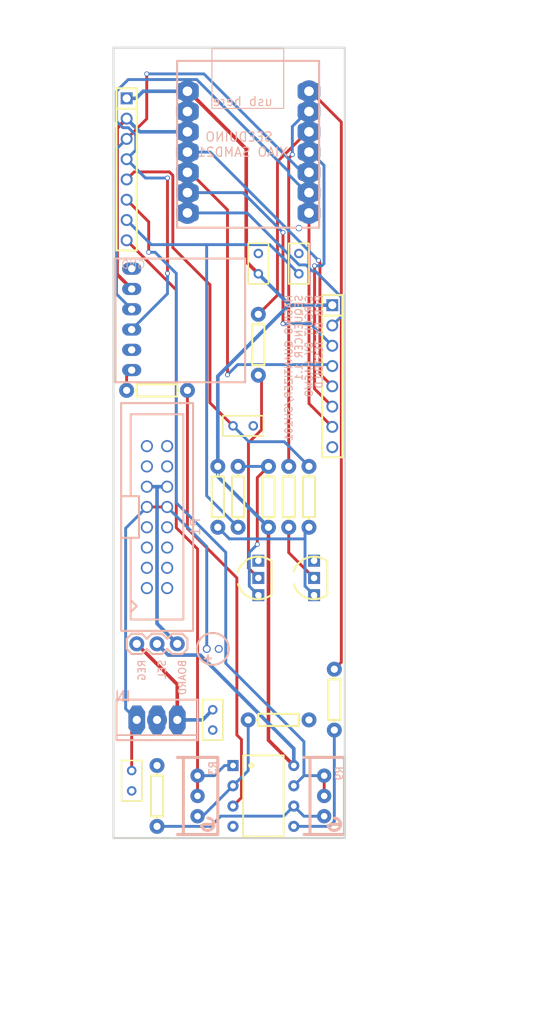
<source format=kicad_pcb>
(kicad_pcb (version 20171130) (host pcbnew "(5.1.5)-3") (page "A4") (layers (0 "F.Cu" signal) (31 "B.Cu" signal) (32 "B.Adhes" user) (33 "F.Adhes" user) (34 "B.Paste" user) (35 "F.Paste" user) (36 "B.SilkS" user) (37 "F.SilkS" user) (38 "B.Mask" user) (39 "F.Mask" user) (40 "Dwgs.User" user) (41 "Cmts.User" user) (42 "Eco1.User" user) (43 "Eco2.User" user) (44 "Edge.Cuts" user) (45 "Margin" user) (46 "B.CrtYd" user) (47 "F.CrtYd" user) (48 "B.Fab" user hide) (49 "F.Fab" user hide)) (net 0 "") (net 1 "5V") (net 2 "ARD_3") (net 3 "CN1_1") (net 4 "ENC_1") (net 5 "ENC_2") (net 6 "ENC_SW") (net 7 "GND") (net 8 "IN_1") (net 9 "IN_2") (net 10 "IN_3") (net 11 "O1") (net 12 "O1_CON") (net 13 "O2") (net 14 "O2_CON") (net 15 "O3") (net 16 "O3_CON") (net 17 "O4_CON") (net 18 "P1_10") (net 19 "POW_5") (net 20 "Q1_1") (net 21 "Q2_1") (net 22 "R12_2") (net 23 "R1_2") (net 24 "R2_2") (net 25 "R6_2") (net 26 "R7_2") (net 27 "R9_1") (net 28 "REG_5") (net 29 "SCL") (net 30 "SDA") (gr_line (start -60.706 80.391) (end -31.706 80.391) (width 0.254) (layer "Edge.Cuts")) (gr_line (start -31.706 80.391) (end -31.706 179.391) (width 0.254) (layer "Edge.Cuts")) (gr_line (start -31.706 179.391) (end -60.706 179.391) (width 0.254) (layer "Edge.Cuts")) (gr_line (start -60.706 179.391) (end -60.706 80.391) (width 0.254) (layer "Edge.Cuts")) (segment (start -57.785 155.067) (end -52.705 160.147) (width 0.45) (layer "F.Cu") (net 28)) (segment (start -52.705 160.147) (end -52.705 164.592) (width 0.45) (layer "F.Cu") (net 28)) (segment (start -35.56 146.812) (end -38.735 143.637) (width 0.36) (layer "F.Cu") (net 25)) (segment (start -38.735 143.637) (end -38.735 140.462) (width 0.36) (layer "F.Cu") (net 25)) (segment (start -45.72 175.387) (end -44.66 174.327) (width 0.36) (layer "F.Cu") (net 23)) (segment (start -44.66 174.327) (end -44.66 167.059) (width 0.36) (layer "F.Cu") (net 23)) (segment (start -44.66 167.059) (end -45.237 166.481) (width 0.36) (layer "F.Cu") (net 23)) (segment (start -45.237 166.481) (end -45.237 146.808) (width 0.36) (layer "F.Cu") (net 23)) (segment (start -45.237 146.808) (end -51.435 140.61) (width 0.36) (layer "F.Cu") (net 23)) (segment (start -51.435 140.61) (end -51.435 123.317) (width 0.36) (layer "F.Cu") (net 23)) (segment (start -33.274 127.889) (end -36.195 124.968) (width 0.36) (layer "F.Cu") (net 5)) (segment (start -36.195 124.968) (end -36.195 101.092) (width 0.36) (layer "F.Cu") (net 5)) (segment (start -35.497 107.714) (end -35.497 123.126) (width 0.36) (layer "F.Cu") (net 4)) (segment (start -35.497 123.126) (end -33.274 125.349) (width 0.36) (layer "F.Cu") (net 4)) (segment (start -33.02 158.242) (end -32.143 157.365) (width 0.36) (layer "F.Cu") (net 13)) (segment (start -32.143 157.365) (end -32.143 89.708) (width 0.36) (layer "F.Cu") (net 13)) (segment (start -32.143 89.708) (end -35.999 85.852) (width 0.36) (layer "F.Cu") (net 13)) (segment (start -35.999 85.852) (end -36.195 85.852) (width 0.36) (layer "F.Cu") (net 13)) (segment (start -51.435 96.012) (end -51.103 96.012) (width 0.36) (layer "F.Cu") (net 10)) (segment (start -51.103 96.012) (end -46.412 100.703) (width 0.36) (layer "F.Cu") (net 10)) (segment (start -46.412 100.703) (end -46.412 121.365) (width 0.36) (layer "F.Cu") (net 10)) (segment (start -46.412 121.365) (end -46.411 121.365) (width 0.36) (layer "F.Cu") (net 10)) (segment (start -33.274 122.809) (end -34.825 121.258) (width 0.36) (layer "F.Cu") (net 6)) (segment (start -34.825 121.258) (end -34.825 107.223) (width 0.36) (layer "F.Cu") (net 6)) (segment (start -34.825 107.223) (end -35.006 107.042) (width 0.36) (layer "F.Cu") (net 6)) (segment (start -57.785 164.592) (end -58.42 165.227) (width 0.36) (layer "F.Cu") (net 18)) (segment (start -58.42 165.227) (end -58.42 170.942) (width 0.36) (layer "F.Cu") (net 18)) (segment (start -53.975 137.922) (end -56.515 137.922) (width 0.36) (layer "F.Cu") (net 18)) (segment (start -34.29 171.577) (end -34.29 174.117) (width 0.36) (layer "F.Cu") (net 14)) (segment (start -59.055 99.441) (end -56.288 102.208) (width 0.36) (layer "F.Cu") (net 14)) (segment (start -56.288 102.208) (end -56.288 106.015) (width 0.36) (layer "F.Cu") (net 14)) (segment (start -58.42 110.617) (end -60.255 108.782) (width 0.45) (layer "F.Cu") (net 2)) (segment (start -60.255 108.782) (end -60.255 90.481) (width 0.45) (layer "F.Cu") (net 2)) (segment (start -60.255 90.481) (end -59.055 89.281) (width 0.45) (layer "F.Cu") (net 2)) (segment (start -53.934 96.719) (end -53.934 108.664) (width 0.36) (layer "F.Cu") (net 29)) (segment (start -41.275 132.842) (end -42.677 134.244) (width 0.36) (layer "F.Cu") (net 21)) (segment (start -42.677 134.244) (end -42.677 142.611) (width 0.36) (layer "F.Cu") (net 21)) (segment (start -58.42 120.777) (end -59.055 121.412) (width 0.36) (layer "F.Cu") (net 3)) (segment (start -59.055 121.412) (end -59.055 123.317) (width 0.36) (layer "F.Cu") (net 3)) (segment (start -36.195 90.932) (end -36.412 90.932) (width 0.36) (layer "F.Cu") (net 15)) (segment (start -36.412 90.932) (end -40.147 94.667) (width 0.36) (layer "F.Cu") (net 15)) (segment (start -40.147 94.667) (end -40.147 111.394) (width 0.36) (layer "F.Cu") (net 15)) (segment (start -40.147 111.394) (end -42.545 113.792) (width 0.36) (layer "F.Cu") (net 15)) (segment (start -42.545 146.812) (end -43.783 145.574) (width 0.36) (layer "F.Cu") (net 22)) (segment (start -43.783 145.574) (end -43.783 129.892) (width 0.36) (layer "F.Cu") (net 22)) (segment (start -43.783 129.892) (end -42.145 128.254) (width 0.36) (layer "F.Cu") (net 22)) (segment (start -42.145 128.254) (end -42.145 121.812) (width 0.36) (layer "F.Cu") (net 22)) (segment (start -42.145 121.812) (end -42.545 121.412) (width 0.36) (layer "F.Cu") (net 22)) (segment (start -39.455 114.966) (end -39.455 103.546) (width 0.36) (layer "F.Cu") (net 9)) (segment (start -59.055 91.821) (end -56.534 89.3) (width 0.36) (layer "F.Cu") (net 30)) (segment (start -56.534 89.3) (end -56.534 83.678) (width 0.36) (layer "F.Cu") (net 30)) (segment (start -59.055 96.901) (end -58.108 95.954) (width 0.36) (layer "F.Cu") (net 12)) (segment (start -58.108 95.954) (end -53.699 95.954) (width 0.36) (layer "F.Cu") (net 12)) (segment (start -53.699 95.954) (end -53.262 96.391) (width 0.36) (layer "F.Cu") (net 12)) (segment (start -53.262 96.391) (end -53.262 105.434) (width 0.36) (layer "F.Cu") (net 12)) (segment (start -53.262 105.434) (end -48.608 110.088) (width 0.36) (layer "F.Cu") (net 12)) (segment (start -48.608 110.088) (end -48.608 124.874) (width 0.36) (layer "F.Cu") (net 12)) (segment (start -48.608 124.874) (end -45.72 127.762) (width 0.36) (layer "F.Cu") (net 12)) (segment (start -50.165 171.577) (end -50.165 174.117) (width 0.36) (layer "F.Cu") (net 17)) (segment (start -59.055 104.521) (end -52.832 110.744) (width 0.36) (layer "F.Cu") (net 17)) (segment (start -52.832 110.744) (end -52.832 140.521) (width 0.36) (layer "F.Cu") (net 17)) (segment (start -52.832 140.521) (end -50.165 143.188) (width 0.36) (layer "F.Cu") (net 17)) (segment (start -50.165 143.188) (end -50.165 171.577) (width 0.36) (layer "F.Cu") (net 17)) (segment (start -38.735 132.842) (end -38.735 94.233) (width 0.36) (layer "F.Cu") (net 11)) (segment (start -38.735 94.233) (end -38.283 93.781) (width 0.36) (layer "F.Cu") (net 11)) (segment (start -51.435 85.852) (end -51.292 85.852) (width 0.45) (layer "F.Cu") (net 1)) (segment (start -51.292 85.852) (end -44.062 93.082) (width 0.45) (layer "F.Cu") (net 1)) (segment (start -44.062 93.082) (end -44.062 107.195) (width 0.45) (layer "F.Cu") (net 1)) (segment (start -44.062 107.195) (end -42.545 108.712) (width 0.45) (layer "F.Cu") (net 1)) (segment (start -38.1 170.307) (end -41.275 167.132) (width 0.45) (layer "F.Cu") (net 1)) (segment (start -41.275 167.132) (end -41.275 140.462) (width 0.45) (layer "F.Cu") (net 1)) (zone (net 7) (net_name "GND") (layer "F.Cu") (hatch edge 0.508) (connect_pads (clearance 0.254)) (polygon (pts (xy -69.85 76.962) (xy -29.845 76.962) (xy -24.765 82.042) (xy -24.765 179.197) (xy -32.385 186.817) (xy -62.23 186.817) (xy -69.215 179.832)))) (segment (start -36.195 93.472) (end -35.978 93.472) (width 0.36) (layer "B.Cu") (net 4)) (segment (start -35.978 93.472) (end -34.314 95.135) (width 0.36) (layer "B.Cu") (net 4)) (segment (start -34.314 95.135) (end -34.314 107.441) (width 0.36) (layer "B.Cu") (net 4)) (segment (start -34.314 107.441) (end -34.587 107.714) (width 0.36) (layer "B.Cu") (net 4)) (segment (start -34.587 107.714) (end -35.497 107.714) (width 0.36) (layer "B.Cu") (net 4)) (segment (start -33.274 120.269) (end -33.453 120.09) (width 0.36) (layer "B.Cu") (net 10)) (segment (start -33.453 120.09) (end -45.137 120.09) (width 0.36) (layer "B.Cu") (net 10)) (segment (start -45.137 120.09) (end -46.411 121.365) (width 0.36) (layer "B.Cu") (net 10)) (segment (start -51.435 93.472) (end -48.576 93.472) (width 0.36) (layer "B.Cu") (net 6)) (segment (start -48.576 93.472) (end -35.006 107.042) (width 0.36) (layer "B.Cu") (net 6)) (segment (start -49.011 155.702) (end -49.011 142.886) (width 0.36) (layer "B.Cu") (net 18)) (segment (start -49.011 142.886) (end -53.975 137.922) (width 0.36) (layer "B.Cu") (net 18)) (segment (start -57.785 164.592) (end -59.18 163.197) (width 0.36) (layer "B.Cu") (net 18)) (segment (start -59.18 163.197) (end -59.18 140.587) (width 0.36) (layer "B.Cu") (net 18)) (segment (start -59.18 140.587) (end -56.515 137.922) (width 0.36) (layer "B.Cu") (net 18)) (segment (start -55.245 135.382) (end -55.245 152.527) (width 0.45) (layer "B.Cu") (net 19)) (segment (start -55.245 152.527) (end -52.705 155.067) (width 0.45) (layer "B.Cu") (net 19)) (segment (start -53.975 135.382) (end -55.245 135.382) (width 0.45) (layer "B.Cu") (net 19)) (segment (start -55.245 135.382) (end -56.515 135.382) (width 0.45) (layer "B.Cu") (net 19)) (segment (start -52.705 164.592) (end -49.53 164.592) (width 0.45) (layer "B.Cu") (net 28)) (segment (start -49.53 164.592) (end -48.26 163.322) (width 0.45) (layer "B.Cu") (net 28)) (segment (start -56.288 106.015) (end -55.49 106.015) (width 0.36) (layer "B.Cu") (net 14)) (segment (start -55.49 106.015) (end -52.833 108.672) (width 0.36) (layer "B.Cu") (net 14)) (segment (start -52.833 108.672) (end -52.833 137.4) (width 0.36) (layer "B.Cu") (net 14)) (segment (start -52.833 137.4) (end -46.629 143.604) (width 0.36) (layer "B.Cu") (net 14)) (segment (start -46.629 143.604) (end -46.629 157.508) (width 0.36) (layer "B.Cu") (net 14)) (segment (start -46.629 157.508) (end -36.83 167.307) (width 0.36) (layer "B.Cu") (net 14)) (segment (start -36.83 167.307) (end -36.83 171.577) (width 0.36) (layer "B.Cu") (net 14)) (segment (start -34.29 171.577) (end -36.83 171.577) (width 0.36) (layer "B.Cu") (net 14)) (segment (start -36.83 171.577) (end -38.1 172.847) (width 0.36) (layer "B.Cu") (net 14)) (segment (start -38.1 175.387) (end -39.357 176.644) (width 0.36) (layer "B.Cu") (net 27)) (segment (start -39.357 176.644) (end -47.243 176.644) (width 0.36) (layer "B.Cu") (net 27)) (segment (start -47.243 176.644) (end -48.526 177.927) (width 0.36) (layer "B.Cu") (net 27)) (segment (start -48.526 177.927) (end -55.245 177.927) (width 0.36) (layer "B.Cu") (net 27)) (segment (start -34.29 176.657) (end -36.83 176.657) (width 0.36) (layer "B.Cu") (net 27)) (segment (start -36.83 176.657) (end -38.1 175.387) (width 0.36) (layer "B.Cu") (net 27)) (segment (start -51.435 90.932) (end -57.404 90.932) (width 0.45) (layer "B.Cu") (net 2)) (segment (start -57.404 90.932) (end -59.055 89.281) (width 0.45) (layer "B.Cu") (net 2)) (segment (start -53.934 96.719) (end -56.697 96.719) (width 0.36) (layer "B.Cu") (net 29)) (segment (start -56.697 96.719) (end -59.055 94.361) (width 0.36) (layer "B.Cu") (net 29)) (segment (start -58.42 115.697) (end -53.934 111.211) (width 0.36) (layer "B.Cu") (net 29)) (segment (start -53.934 111.211) (end -53.934 108.664) (width 0.36) (layer "B.Cu") (net 29)) (segment (start -36.195 98.552) (end -36.482 98.552) (width 0.36) (layer "B.Cu") (net 29)) (segment (start -36.482 98.552) (end -38.751 96.283) (width 0.36) (layer "B.Cu") (net 29)) (segment (start -38.751 96.283) (end -38.751 95.9) (width 0.36) (layer "B.Cu") (net 29)) (segment (start -38.751 95.9) (end -50.266 84.386) (width 0.36) (layer "B.Cu") (net 29)) (segment (start -50.266 84.386) (end -58.862 84.386) (width 0.36) (layer "B.Cu") (net 29)) (segment (start -58.862 84.386) (end -60.317 85.841) (width 0.36) (layer "B.Cu") (net 29)) (segment (start -60.317 85.841) (end -60.317 89.618) (width 0.36) (layer "B.Cu") (net 29)) (segment (start -60.317 89.618) (end -59.523 90.412) (width 0.36) (layer "B.Cu") (net 29)) (segment (start -59.523 90.412) (end -58.836 90.412) (width 0.36) (layer "B.Cu") (net 29)) (segment (start -58.836 90.412) (end -57.904 91.344) (width 0.36) (layer "B.Cu") (net 29)) (segment (start -57.904 91.344) (end -57.904 93.21) (width 0.36) (layer "B.Cu") (net 29)) (segment (start -57.904 93.21) (end -59.055 94.361) (width 0.36) (layer "B.Cu") (net 29)) (segment (start -38.1 177.927) (end -33.641 177.927) (width 0.36) (layer "B.Cu") (net 26)) (segment (start -33.641 177.927) (end -33.02 177.306) (width 0.36) (layer "B.Cu") (net 26)) (segment (start -33.02 177.306) (end -33.02 165.862) (width 0.36) (layer "B.Cu") (net 26)) (segment (start -42.545 148.971) (end -43.676 147.84) (width 0.36) (layer "B.Cu") (net 21)) (segment (start -43.676 147.84) (end -43.676 143.61) (width 0.36) (layer "B.Cu") (net 21)) (segment (start -43.676 143.61) (end -42.677 142.611) (width 0.36) (layer "B.Cu") (net 21)) (segment (start -45.085 132.842) (end -41.275 132.842) (width 0.36) (layer "B.Cu") (net 21)) (segment (start -50.165 176.657) (end -49.53 176.657) (width 0.36) (layer "B.Cu") (net 24)) (segment (start -49.53 176.657) (end -45.72 172.847) (width 0.36) (layer "B.Cu") (net 24)) (segment (start -45.72 172.847) (end -43.815 170.942) (width 0.36) (layer "B.Cu") (net 24)) (segment (start -43.815 170.942) (end -43.815 164.592) (width 0.36) (layer "B.Cu") (net 24)) (segment (start -47.625 140.462) (end -46.168 141.919) (width 0.36) (layer "B.Cu") (net 20)) (segment (start -46.168 141.919) (end -36.691 141.919) (width 0.36) (layer "B.Cu") (net 20)) (segment (start -36.195 140.462) (end -36.691 140.958) (width 0.36) (layer "B.Cu") (net 20)) (segment (start -36.691 140.958) (end -36.691 141.919) (width 0.36) (layer "B.Cu") (net 20)) (segment (start -36.691 141.919) (end -36.691 147.84) (width 0.36) (layer "B.Cu") (net 20)) (segment (start -36.691 147.84) (end -35.56 148.971) (width 0.36) (layer "B.Cu") (net 20)) (segment (start -51.435 101.092) (end -43.94 101.092) (width 0.36) (layer "B.Cu") (net 8)) (segment (start -43.94 101.092) (end -37.428 107.604) (width 0.36) (layer "B.Cu") (net 8)) (segment (start -37.428 107.604) (end -36.557 107.604) (width 0.36) (layer "B.Cu") (net 8)) (segment (start -36.557 107.604) (end -35.775 108.385) (width 0.36) (layer "B.Cu") (net 8)) (segment (start -35.775 108.385) (end -35.387 108.385) (width 0.36) (layer "B.Cu") (net 8)) (segment (start -35.387 108.385) (end -32.095 111.677) (width 0.36) (layer "B.Cu") (net 8)) (segment (start -32.095 111.677) (end -32.095 114.01) (width 0.36) (layer "B.Cu") (net 8)) (segment (start -32.095 114.01) (end -33.274 115.189) (width 0.36) (layer "B.Cu") (net 8)) (segment (start -33.274 117.729) (end -36.037 114.966) (width 0.36) (layer "B.Cu") (net 9)) (segment (start -36.037 114.966) (end -39.455 114.966) (width 0.36) (layer "B.Cu") (net 9)) (segment (start -51.435 98.552) (end -44.45 98.552) (width 0.36) (layer "B.Cu") (net 9)) (segment (start -44.45 98.552) (end -39.455 103.546) (width 0.36) (layer "B.Cu") (net 9)) (segment (start -59.055 91.821) (end -60.319 93.085) (width 0.36) (layer "B.Cu") (net 30)) (segment (start -60.319 93.085) (end -60.319 111.258) (width 0.36) (layer "B.Cu") (net 30)) (segment (start -60.319 111.258) (end -58.42 113.157) (width 0.36) (layer "B.Cu") (net 30)) (segment (start -56.534 83.678) (end -49.366 83.678) (width 0.36) (layer "B.Cu") (net 30)) (segment (start -49.366 83.678) (end -37.031 96.012) (width 0.36) (layer "B.Cu") (net 30)) (segment (start -37.031 96.012) (end -36.195 96.012) (width 0.36) (layer "B.Cu") (net 30)) (segment (start -36.195 132.842) (end -39.289 129.748) (width 0.36) (layer "B.Cu") (net 12)) (segment (start -39.289 129.748) (end -43.734 129.748) (width 0.36) (layer "B.Cu") (net 12)) (segment (start -43.734 129.748) (end -45.72 127.762) (width 0.36) (layer "B.Cu") (net 12)) (segment (start -37.465 108.712) (end -41.111 105.066) (width 0.36) (layer "B.Cu") (net 16)) (segment (start -41.111 105.066) (end -49.024 105.066) (width 0.36) (layer "B.Cu") (net 16)) (segment (start -45.085 140.462) (end -49.024 136.523) (width 0.36) (layer "B.Cu") (net 16)) (segment (start -49.024 136.523) (end -49.024 105.066) (width 0.36) (layer "B.Cu") (net 16)) (segment (start -49.024 105.066) (end -55.97 105.066) (width 0.36) (layer "B.Cu") (net 16)) (segment (start -55.97 105.066) (end -59.055 101.981) (width 0.36) (layer "B.Cu") (net 16)) (segment (start -50.165 171.577) (end -48.049 171.577) (width 0.36) (layer "B.Cu") (net 17)) (segment (start -48.049 171.577) (end -46.779 170.307) (width 0.36) (layer "B.Cu") (net 17)) (segment (start -45.72 170.307) (end -46.779 170.307) (width 0.36) (layer "B.Cu") (net 17)) (segment (start -36.195 88.392) (end -36.412 88.392) (width 0.36) (layer "B.Cu") (net 11)) (segment (start -36.412 88.392) (end -38.283 90.263) (width 0.36) (layer "B.Cu") (net 11)) (segment (start -38.283 90.263) (end -38.283 93.781) (width 0.36) (layer "B.Cu") (net 11)) (segment (start -51.435 85.852) (end -56.99 85.852) (width 0.45) (layer "B.Cu") (net 1)) (segment (start -56.99 85.852) (end -57.879 86.741) (width 0.45) (layer "B.Cu") (net 1)) (segment (start -59.055 86.741) (end -57.879 86.741) (width 0.45) (layer "B.Cu") (net 1)) (segment (start -41.275 140.462) (end -47.625 134.112) (width 0.45) (layer "B.Cu") (net 1)) (segment (start -47.625 134.112) (end -47.625 132.842) (width 0.45) (layer "B.Cu") (net 1)) (segment (start -38.1 170.307) (end -38.1 168.198) (width 0.45) (layer "B.Cu") (net 1)) (segment (start -38.1 168.198) (end -49.827 156.471) (width 0.45) (layer "B.Cu") (net 1)) (segment (start -49.827 156.471) (end -53.841 156.471) (width 0.45) (layer "B.Cu") (net 1)) (segment (start -53.841 156.471) (end -55.245 155.067) (width 0.45) (layer "B.Cu") (net 1)) (segment (start -38.735 112.649) (end -38.735 112.522) (width 0.45) (layer "B.Cu") (net 1)) (segment (start -38.735 112.522) (end -42.545 108.712) (width 0.45) (layer "B.Cu") (net 1)) (segment (start -33.274 112.649) (end -38.735 112.649) (width 0.45) (layer "B.Cu") (net 1)) (segment (start -38.735 112.649) (end -47.625 121.539) (width 0.45) (layer "B.Cu") (net 1)) (segment (start -47.625 121.539) (end -47.625 132.842) (width 0.45) (layer "B.Cu") (net 1)) (zone (net 7) (net_name "GND") (layer "B.Cu") (hatch edge 0.508) (connect_pads (clearance 0.254)) (polygon (pts (xy -71.12 78.867) (xy -11.43 78.867) (xy -6.985 74.422) (xy -6.985 170.942) (xy -38.735 202.692) (xy -40.005 202.692) (xy -74.93 167.767)))) (gr_text "REG" (at -57.15 156.972 90) (layer "B.SilkS") (effects (font (size 0.9 0.9) (thickness 0.152)) (justify left mirror))) (gr_text "BOARD" (at -52.07 156.972 90) (layer "B.SilkS") (effects (font (size 0.9 0.9) (thickness 0.152)) (justify left mirror))) (gr_text "XIAO SAMD21" (at -38.735 93.472 0) (layer "B.SilkS") (effects (font (size 1.143 1.143) (thickness 0.152)) (justify left mirror))) (gr_text "usb here" (at -40.64 87.122 0) (layer "B.SilkS") (effects (font (size 1.143 1.143) (thickness 0.152)) (justify left mirror))) (gr_text "HAGIWO QUANTIZER/SH101" (at -38.735 111.252 90) (layer "B.SilkS") (effects (font (size 0.9 0.9) (thickness 0.152)) (justify left mirror))) (gr_text "SEQUENCER 1.1" (at -37.465 111.252 90) (layer "B.SilkS") (effects (font (size 0.9 0.9) (thickness 0.152)) (justify left mirror))) (gr_text "CIRCUIT BY HAGWO" (at -36.195 111.248 90) (layer "B.SilkS") (effects (font (size 0.9 0.9) (thickness 0.152)) (justify left mirror))) (gr_text "PCB BY TESTBILD" (at -34.925 111.252 90) (layer "B.SilkS") (effects (font (size 0.9 0.9) (thickness 0.152)) (justify left mirror))) (module "easyeda:1X03" (layer "F.Cu") (at -55.245 155.067 180) (fp_text value "M03PTH" (at -6.182 -4.519 0) (layer "B.Fab") hide (effects (font (size 1.143 1.143) (thickness 0.152)) (justify left mirror))) (fp_text reference "SEL" (at -0.635 -1.905 90) (layer "B.SilkS") (effects (font (size 0.9 0.9) (thickness 0.152)) (justify left mirror))) (fp_line (start -1.27 -0.635) (end -1.905 -1.27) (width 0.254) (layer "B.SilkS")) (fp_line (start -1.905 -1.27) (end -3.175 -1.27) (width 0.254) (layer "B.SilkS")) (fp_line (start -3.175 -1.27) (end -3.81 -0.635) (width 0.254) (layer "B.SilkS")) (fp_line (start -3.81 0.635) (end -3.175 1.27) (width 0.254) (layer "B.SilkS")) (fp_line (start -3.175 1.27) (end -1.905 1.27) (width 0.254) (layer "B.SilkS")) (fp_line (start -1.905 1.27) (end -1.27 0.635) (width 0.254) (layer "B.SilkS")) (fp_line (start 3.175 -1.27) (end 1.905 -1.27) (width 0.254) (layer "B.SilkS")) (fp_line (start 1.905 -1.27) (end 1.27 -0.635) (width 0.254) (layer "B.SilkS")) (fp_line (start 1.27 0.635) (end 1.905 1.27) (width 0.254) (layer "B.SilkS")) (fp_line (start 1.27 -0.635) (end 0.635 -1.27) (width 0.254) (layer "B.SilkS")) (fp_line (start 0.635 -1.27) (end -0.635 -1.27) (width 0.254) (layer "B.SilkS")) (fp_line (start -0.635 -1.27) (end -1.27 -0.635) (width 0.254) (layer "B.SilkS")) (fp_line (start -1.27 0.635) (end -0.635 1.27) (width 0.254) (layer "B.SilkS")) (fp_line (start -0.635 1.27) (end 0.635 1.27) (width 0.254) (layer "B.SilkS")) (fp_line (start 0.635 1.27) (end 1.27 0.635) (width 0.254) (layer "B.SilkS")) (fp_line (start 3.81 -0.635) (end 3.81 0.635) (width 0.254) (layer "B.SilkS")) (fp_line (start 3.175 -1.27) (end 3.81 -0.635) (width 0.254) (layer "B.SilkS")) (fp_line (start 3.81 0.635) (end 3.175 1.27) (width 0.254) (layer "B.SilkS")) (fp_line (start 1.905 1.27) (end 3.175 1.27) (width 0.254) (layer "B.SilkS")) (fp_line (start -3.81 -0.635) (end -3.81 0.635) (width 0.254) (layer "B.SilkS")) (pad 1 thru_hole circle (at 2.54 0 90) (size 1.88 1.88) (layers "*.Cu" "*.Paste" "*.Mask") (drill 1.016) (net 28 "REG_5")) (pad 2 thru_hole circle (at 0 0 90) (size 1.88 1.88) (layers "*.Cu" "*.Paste" "*.Mask") (drill 1.016) (net 1 "5V")) (pad 3 thru_hole circle (at -2.54 0 90) (size 1.88 1.88) (layers "*.Cu" "*.Paste" "*.Mask") (drill 1.016) (net 19 "POW_5")) (fp_text user ggea634036ca23f61ce (at 0 0) (layer "Cmts.User") (effects (font (size 1 1) (thickness 0.15))))) (module "easyeda:SEEDUINO XIAO" (layer "F.Cu") (at -43.815 93.472) (fp_text value "Seeeduino XIAO" (at -0.508 -14.986 0) (layer "B.Fab") hide (effects (font (size 1.143 1.143) (thickness 0.152)) (justify left mirror))) (fp_text reference "SEEDUINO" (at 3.175 -1.905 0) (layer "B.SilkS") (effects (font (size 1.143 1.143) (thickness 0.152)) (justify left mirror))) (fp_poly (pts (xy -3.474 -8.818) (xy -5.252 -8.818) (xy -5.252 -11.485) (xy -3.474 -11.485)) (layer "Cmts.User") (width 0)) (fp_poly (pts (xy -3.474 -4.754) (xy -5.252 -4.754) (xy -5.252 -7.421) (xy -3.474 -7.421)) (layer "Cmts.User") (width 0)) (fp_poly (pts (xy 5.162 -4.754) (xy 3.384 -4.754) (xy 3.384 -7.421) (xy 5.162 -7.421)) (layer "Cmts.User") (width 0)) (fp_poly (pts (xy 5.162 -8.818) (xy 3.384 -8.818) (xy 3.384 -11.485) (xy 5.162 -11.485)) (layer "Cmts.User") (width 0)) (fp_poly (pts (xy 2.495 -8.183) (xy -2.585 -8.183) (xy -2.585 -10.723) (xy 2.495 -10.723)) (layer "Cmts.User") (width 0)) (fp_line (start 4.445 -12.827) (end 4.445 -12.954) (width 0.127) (layer "B.SilkS")) (fp_line (start 4.445 -12.954) (end -4.549 -12.954) (width 0.127) (layer "B.SilkS")) (fp_line (start -4.549 -12.954) (end -4.549 -5.474) (width 0.127) (layer "B.SilkS")) (fp_line (start -4.549 -5.474) (end 4.45 -5.474) (width 0.127) (layer "B.SilkS")) (fp_line (start 4.45 -5.474) (end 4.45 -12.827) (width 0.127) (layer "B.SilkS")) (fp_line (start 8.89 -11.43) (end -8.91 -11.43) (width 0.254) (layer "B.SilkS")) (fp_line (start -8.91 -11.43) (end -8.91 9.47) (width 0.254) (layer "B.SilkS")) (fp_line (start -8.91 9.47) (end 8.89 9.47) (width 0.254) (layer "B.SilkS")) (fp_line (start 8.89 9.47) (end 8.89 -11.43) (width 0.254) (layer "B.SilkS")) (fp_text value "XIAO" (at 1.651 -9.017 0) (layer "Cmts.User") (effects (font (size 1.27 1.27) (thickness 0.152)) (justify left))) (fp_text value "5V0" (at -9.525 -6.985 0) (layer "Cmts.User") (effects (font (size 1.5 1.5) (thickness 0.203)) (justify left))) (fp_text value "GND" (at -9.525 -4.318 0) (layer "Cmts.User") (effects (font (size 1.5 1.5) (thickness 0.203)) (justify left))) (fp_text value "3V3" (at -9.525 -1.778 0) (layer "Cmts.User") (effects (font (size 1.5 1.5) (thickness 0.203)) (justify left))) (fp_text value "D10" (at -9.652 0.762 0) (layer "Cmts.User") (effects (font (size 1.5 1.5) (thickness 0.203)) (justify left))) (fp_text value "D9" (at -9.652 3.302 0) (layer "Cmts.User") (effects (font (size 1.5 1.5) (thickness 0.203)) (justify left))) (fp_text value "D8" (at -9.652 5.842 0) (layer "Cmts.User") (effects (font (size 1.5 1.5) (thickness 0.203)) (justify left))) (fp_text value "D7" (at -9.652 8.382 0) (layer "Cmts.User") (effects (font (size 1.5 1.5) (thickness 0.203)) (justify left))) (fp_text value "D6" (at 12.065 8.382 0) (layer "Cmts.User") (effects (font (size 1.5 1.5) (thickness 0.203)) (justify left))) (fp_text value "D5" (at 12.065 5.842 0) (layer "Cmts.User") (effects (font (size 1.5 1.5) (thickness 0.203)) (justify left))) (fp_text value "D4" (at 12.065 3.302 0) (layer "Cmts.User") (effects (font (size 1.5 1.5) (thickness 0.203)) (justify left))) (fp_text value "D3" (at 12.065 0.762 0) (layer "Cmts.User") (effects (font (size 1.5 1.5) (thickness 0.203)) (justify left))) (fp_text value "D2" (at 12.065 -1.778 0) (layer "Cmts.User") (effects (font (size 1.5 1.5) (thickness 0.203)) (justify left))) (fp_text value "D1" (at 12.065 -4.318 0) (layer "Cmts.User") (effects (font (size 1.5 1.5) (thickness 0.203)) (justify left))) (fp_text value "D0" (at 12.065 -6.858 0) (layer "Cmts.User") (effects (font (size 1.5 1.5) (thickness 0.203)) (justify left))) (pad 1 thru_hole custom (at 7.62 -7.62 0) (size 2.75 2) (layers "*.Cu" "*.Paste" "*.Mask") (drill 1.2) (net 13 "O2") (primitives (gr_poly (pts (xy 1.375 -0.5) (xy 1.371 -0.56) (xy 1.36 -0.62) (xy 1.342 -0.677) (xy 1.318 -0.733) (xy 1.287 -0.784) (xy 1.249 -0.832) (xy 1.206 -0.874) (xy 1.159 -0.912) (xy 1.107 -0.943) (xy 1.052 -0.968) (xy 0.995 -0.986) (xy 0.935 -0.996) (xy 0.875 -1) (xy -0.875 -1) (xy -0.935 -0.996) (xy -0.995 -0.986) (xy -1.052 -0.968) (xy -1.107 -0.943) (xy -1.159 -0.912) (xy -1.207 -0.874) (xy -1.249 -0.832) (xy -1.287 -0.784) (xy -1.318 -0.733) (xy -1.343 -0.677) (xy -1.361 -0.62) (xy -1.371 -0.56) (xy -1.375 -0.5) (xy -1.375 0.5) (xy -1.371 0.56) (xy -1.361 0.62) (xy -1.343 0.677) (xy -1.318 0.732) (xy -1.287 0.784) (xy -1.249 0.831) (xy -1.207 0.874) (xy -1.159 0.911) (xy -1.107 0.943) (xy -1.052 0.967) (xy -0.995 0.985) (xy -0.935 0.996) (xy -0.875 1) (xy 0.875 1) (xy 0.935 0.996) (xy 0.995 0.985) (xy 1.052 0.967) (xy 1.107 0.943) (xy 1.159 0.911) (xy 1.206 0.874) (xy 1.249 0.831) (xy 1.287 0.784) (xy 1.318 0.732) (xy 1.342 0.677) (xy 1.36 0.62) (xy 1.371 0.56) (xy 1.375 0.5)) (width 0.1)))) (pad 2 thru_hole custom (at 7.62 -5.08 0) (size 2.75 2) (layers "*.Cu" "*.Paste" "*.Mask") (drill 1.2) (net 11 "O1") (primitives (gr_poly (pts (xy 1.375 -0.5) (xy 1.371 -0.56) (xy 1.36 -0.62) (xy 1.342 -0.677) (xy 1.318 -0.733) (xy 1.287 -0.784) (xy 1.249 -0.832) (xy 1.206 -0.874) (xy 1.159 -0.912) (xy 1.107 -0.943) (xy 1.052 -0.968) (xy 0.995 -0.986) (xy 0.935 -0.996) (xy 0.875 -1) (xy -0.875 -1) (xy -0.935 -0.996) (xy -0.995 -0.986) (xy -1.052 -0.968) (xy -1.107 -0.943) (xy -1.159 -0.912) (xy -1.207 -0.874) (xy -1.249 -0.832) (xy -1.287 -0.784) (xy -1.318 -0.733) (xy -1.343 -0.677) (xy -1.361 -0.62) (xy -1.371 -0.56) (xy -1.375 -0.5) (xy -1.375 0.5) (xy -1.371 0.56) (xy -1.361 0.62) (xy -1.343 0.677) (xy -1.318 0.732) (xy -1.287 0.784) (xy -1.249 0.831) (xy -1.207 0.874) (xy -1.159 0.911) (xy -1.107 0.943) (xy -1.052 0.967) (xy -0.995 0.985) (xy -0.935 0.996) (xy -0.875 1) (xy 0.875 1) (xy 0.935 0.996) (xy 0.995 0.985) (xy 1.052 0.967) (xy 1.107 0.943) (xy 1.159 0.911) (xy 1.206 0.874) (xy 1.249 0.831) (xy 1.287 0.784) (xy 1.318 0.732) (xy 1.342 0.677) (xy 1.36 0.62) (xy 1.371 0.56) (xy 1.375 0.5)) (width 0.1)))) (pad 3 thru_hole custom (at 7.62 -2.54 0) (size 2.75 2) (layers "*.Cu" "*.Paste" "*.Mask") (drill 1.2) (net 15 "O3") (primitives (gr_poly (pts (xy 1.375 -0.5) (xy 1.371 -0.56) (xy 1.36 -0.62) (xy 1.342 -0.677) (xy 1.318 -0.733) (xy 1.287 -0.784) (xy 1.249 -0.832) (xy 1.206 -0.874) (xy 1.159 -0.912) (xy 1.107 -0.943) (xy 1.052 -0.968) (xy 0.995 -0.986) (xy 0.935 -0.996) (xy 0.875 -1) (xy -0.875 -1) (xy -0.935 -0.996) (xy -0.995 -0.986) (xy -1.052 -0.968) (xy -1.107 -0.943) (xy -1.159 -0.912) (xy -1.207 -0.874) (xy -1.249 -0.832) (xy -1.287 -0.784) (xy -1.318 -0.733) (xy -1.343 -0.677) (xy -1.361 -0.62) (xy -1.371 -0.56) (xy -1.375 -0.5) (xy -1.375 0.5) (xy -1.371 0.56) (xy -1.361 0.62) (xy -1.343 0.677) (xy -1.318 0.732) (xy -1.287 0.784) (xy -1.249 0.831) (xy -1.207 0.874) (xy -1.159 0.911) (xy -1.107 0.943) (xy -1.052 0.967) (xy -0.995 0.985) (xy -0.935 0.996) (xy -0.875 1) (xy 0.875 1) (xy 0.935 0.996) (xy 0.995 0.985) (xy 1.052 0.967) (xy 1.107 0.943) (xy 1.159 0.911) (xy 1.206 0.874) (xy 1.249 0.831) (xy 1.287 0.784) (xy 1.318 0.732) (xy 1.342 0.677) (xy 1.36 0.62) (xy 1.371 0.56) (xy 1.375 0.5)) (width 0.1)))) (pad 4 thru_hole custom (at 7.62 0 0) (size 2.75 2) (layers "*.Cu" "*.Paste" "*.Mask") (drill 1.2) (net 4 "ENC_1") (primitives (gr_poly (pts (xy 1.375 -0.5) (xy 1.371 -0.56) (xy 1.36 -0.62) (xy 1.342 -0.677) (xy 1.318 -0.733) (xy 1.287 -0.784) (xy 1.249 -0.832) (xy 1.206 -0.874) (xy 1.159 -0.912) (xy 1.107 -0.943) (xy 1.052 -0.968) (xy 0.995 -0.986) (xy 0.935 -0.996) (xy 0.875 -1) (xy -0.875 -1) (xy -0.935 -0.996) (xy -0.995 -0.986) (xy -1.052 -0.968) (xy -1.107 -0.943) (xy -1.159 -0.912) (xy -1.207 -0.874) (xy -1.249 -0.832) (xy -1.287 -0.784) (xy -1.318 -0.733) (xy -1.343 -0.677) (xy -1.361 -0.62) (xy -1.371 -0.56) (xy -1.375 -0.5) (xy -1.375 0.5) (xy -1.371 0.56) (xy -1.361 0.62) (xy -1.343 0.677) (xy -1.318 0.732) (xy -1.287 0.784) (xy -1.249 0.831) (xy -1.207 0.874) (xy -1.159 0.911) (xy -1.107 0.943) (xy -1.052 0.967) (xy -0.995 0.985) (xy -0.935 0.996) (xy -0.875 1) (xy 0.875 1) (xy 0.935 0.996) (xy 0.995 0.985) (xy 1.052 0.967) (xy 1.107 0.943) (xy 1.159 0.911) (xy 1.206 0.874) (xy 1.249 0.831) (xy 1.287 0.784) (xy 1.318 0.732) (xy 1.342 0.677) (xy 1.36 0.62) (xy 1.371 0.56) (xy 1.375 0.5)) (width 0.1)))) (pad 5 thru_hole custom (at 7.62 2.54 0) (size 2.75 2) (layers "*.Cu" "*.Paste" "*.Mask") (drill 1.2) (net 30 "SDA") (primitives (gr_poly (pts (xy 1.375 -0.5) (xy 1.371 -0.56) (xy 1.36 -0.62) (xy 1.342 -0.677) (xy 1.318 -0.733) (xy 1.287 -0.784) (xy 1.249 -0.832) (xy 1.206 -0.874) (xy 1.159 -0.912) (xy 1.107 -0.943) (xy 1.052 -0.968) (xy 0.995 -0.986) (xy 0.935 -0.996) (xy 0.875 -1) (xy -0.875 -1) (xy -0.935 -0.996) (xy -0.995 -0.986) (xy -1.052 -0.968) (xy -1.107 -0.943) (xy -1.159 -0.912) (xy -1.207 -0.874) (xy -1.249 -0.832) (xy -1.287 -0.784) (xy -1.318 -0.733) (xy -1.343 -0.677) (xy -1.361 -0.62) (xy -1.371 -0.56) (xy -1.375 -0.5) (xy -1.375 0.5) (xy -1.371 0.56) (xy -1.361 0.62) (xy -1.343 0.677) (xy -1.318 0.732) (xy -1.287 0.784) (xy -1.249 0.831) (xy -1.207 0.874) (xy -1.159 0.911) (xy -1.107 0.943) (xy -1.052 0.967) (xy -0.995 0.985) (xy -0.935 0.996) (xy -0.875 1) (xy 0.875 1) (xy 0.935 0.996) (xy 0.995 0.985) (xy 1.052 0.967) (xy 1.107 0.943) (xy 1.159 0.911) (xy 1.206 0.874) (xy 1.249 0.831) (xy 1.287 0.784) (xy 1.318 0.732) (xy 1.342 0.677) (xy 1.36 0.62) (xy 1.371 0.56) (xy 1.375 0.5)) (width 0.1)))) (pad 6 thru_hole custom (at 7.62 5.08 0) (size 2.75 2) (layers "*.Cu" "*.Paste" "*.Mask") (drill 1.2) (net 29 "SCL") (primitives (gr_poly (pts (xy 1.375 -0.5) (xy 1.371 -0.56) (xy 1.36 -0.62) (xy 1.342 -0.677) (xy 1.318 -0.733) (xy 1.287 -0.784) (xy 1.249 -0.832) (xy 1.206 -0.874) (xy 1.159 -0.912) (xy 1.107 -0.943) (xy 1.052 -0.968) (xy 0.995 -0.986) (xy 0.935 -0.996) (xy 0.875 -1) (xy -0.875 -1) (xy -0.935 -0.996) (xy -0.995 -0.986) (xy -1.052 -0.968) (xy -1.107 -0.943) (xy -1.159 -0.912) (xy -1.207 -0.874) (xy -1.249 -0.832) (xy -1.287 -0.784) (xy -1.318 -0.733) (xy -1.343 -0.677) (xy -1.361 -0.62) (xy -1.371 -0.56) (xy -1.375 -0.5) (xy -1.375 0.5) (xy -1.371 0.56) (xy -1.361 0.62) (xy -1.343 0.677) (xy -1.318 0.732) (xy -1.287 0.784) (xy -1.249 0.831) (xy -1.207 0.874) (xy -1.159 0.911) (xy -1.107 0.943) (xy -1.052 0.967) (xy -0.995 0.985) (xy -0.935 0.996) (xy -0.875 1) (xy 0.875 1) (xy 0.935 0.996) (xy 0.995 0.985) (xy 1.052 0.967) (xy 1.107 0.943) (xy 1.159 0.911) (xy 1.206 0.874) (xy 1.249 0.831) (xy 1.287 0.784) (xy 1.318 0.732) (xy 1.342 0.677) (xy 1.36 0.62) (xy 1.371 0.56) (xy 1.375 0.5)) (width 0.1)))) (pad 7 thru_hole custom (at 7.62 7.62 0) (size 2.75 2) (layers "*.Cu" "*.Paste" "*.Mask") (drill 1.2) (net 5 "ENC_2") (primitives (gr_poly (pts (xy 1.375 -0.5) (xy 1.371 -0.56) (xy 1.36 -0.62) (xy 1.342 -0.677) (xy 1.318 -0.733) (xy 1.287 -0.784) (xy 1.249 -0.832) (xy 1.206 -0.874) (xy 1.159 -0.912) (xy 1.107 -0.943) (xy 1.052 -0.968) (xy 0.995 -0.986) (xy 0.935 -0.996) (xy 0.875 -1) (xy -0.875 -1) (xy -0.935 -0.996) (xy -0.995 -0.986) (xy -1.052 -0.968) (xy -1.107 -0.943) (xy -1.159 -0.912) (xy -1.207 -0.874) (xy -1.249 -0.832) (xy -1.287 -0.784) (xy -1.318 -0.733) (xy -1.343 -0.677) (xy -1.361 -0.62) (xy -1.371 -0.56) (xy -1.375 -0.5) (xy -1.375 0.5) (xy -1.371 0.56) (xy -1.361 0.62) (xy -1.343 0.677) (xy -1.318 0.732) (xy -1.287 0.784) (xy -1.249 0.831) (xy -1.207 0.874) (xy -1.159 0.911) (xy -1.107 0.943) (xy -1.052 0.967) (xy -0.995 0.985) (xy -0.935 0.996) (xy -0.875 1) (xy 0.875 1) (xy 0.935 0.996) (xy 0.995 0.985) (xy 1.052 0.967) (xy 1.107 0.943) (xy 1.159 0.911) (xy 1.206 0.874) (xy 1.249 0.831) (xy 1.287 0.784) (xy 1.318 0.732) (xy 1.342 0.677) (xy 1.36 0.62) (xy 1.371 0.56) (xy 1.375 0.5)) (width 0.1)))) (pad 8 thru_hole custom (at -7.62 7.62 0) (size 2.75 2) (layers "*.Cu" "*.Paste" "*.Mask") (drill 1.2) (net 8 "IN_1") (primitives (gr_poly (pts (xy 1.375 -0.5) (xy 1.371 -0.56) (xy 1.36 -0.62) (xy 1.342 -0.677) (xy 1.318 -0.733) (xy 1.287 -0.784) (xy 1.249 -0.832) (xy 1.206 -0.874) (xy 1.159 -0.912) (xy 1.107 -0.943) (xy 1.052 -0.968) (xy 0.995 -0.986) (xy 0.935 -0.996) (xy 0.875 -1) (xy -0.875 -1) (xy -0.935 -0.996) (xy -0.995 -0.986) (xy -1.052 -0.968) (xy -1.107 -0.943) (xy -1.159 -0.912) (xy -1.207 -0.874) (xy -1.249 -0.832) (xy -1.287 -0.784) (xy -1.318 -0.733) (xy -1.343 -0.677) (xy -1.361 -0.62) (xy -1.371 -0.56) (xy -1.375 -0.5) (xy -1.375 0.5) (xy -1.371 0.56) (xy -1.361 0.62) (xy -1.343 0.677) (xy -1.318 0.732) (xy -1.287 0.784) (xy -1.249 0.831) (xy -1.207 0.874) (xy -1.159 0.911) (xy -1.107 0.943) (xy -1.052 0.967) (xy -0.995 0.985) (xy -0.935 0.996) (xy -0.875 1) (xy 0.875 1) (xy 0.935 0.996) (xy 0.995 0.985) (xy 1.052 0.967) (xy 1.107 0.943) (xy 1.159 0.911) (xy 1.206 0.874) (xy 1.249 0.831) (xy 1.287 0.784) (xy 1.318 0.732) (xy 1.342 0.677) (xy 1.36 0.62) (xy 1.371 0.56) (xy 1.375 0.5)) (width 0.1)))) (pad 9 thru_hole custom (at -7.62 5.08 0) (size 2.75 2) (layers "*.Cu" "*.Paste" "*.Mask") (drill 1.2) (net 9 "IN_2") (primitives (gr_poly (pts (xy 1.375 -0.5) (xy 1.371 -0.56) (xy 1.36 -0.62) (xy 1.342 -0.677) (xy 1.318 -0.733) (xy 1.287 -0.784) (xy 1.249 -0.832) (xy 1.206 -0.874) (xy 1.159 -0.912) (xy 1.107 -0.943) (xy 1.052 -0.968) (xy 0.995 -0.986) (xy 0.935 -0.996) (xy 0.875 -1) (xy -0.875 -1) (xy -0.935 -0.996) (xy -0.995 -0.986) (xy -1.052 -0.968) (xy -1.107 -0.943) (xy -1.159 -0.912) (xy -1.207 -0.874) (xy -1.249 -0.832) (xy -1.287 -0.784) (xy -1.318 -0.733) (xy -1.343 -0.677) (xy -1.361 -0.62) (xy -1.371 -0.56) (xy -1.375 -0.5) (xy -1.375 0.5) (xy -1.371 0.56) (xy -1.361 0.62) (xy -1.343 0.677) (xy -1.318 0.732) (xy -1.287 0.784) (xy -1.249 0.831) (xy -1.207 0.874) (xy -1.159 0.911) (xy -1.107 0.943) (xy -1.052 0.967) (xy -0.995 0.985) (xy -0.935 0.996) (xy -0.875 1) (xy 0.875 1) (xy 0.935 0.996) (xy 0.995 0.985) (xy 1.052 0.967) (xy 1.107 0.943) (xy 1.159 0.911) (xy 1.206 0.874) (xy 1.249 0.831) (xy 1.287 0.784) (xy 1.318 0.732) (xy 1.342 0.677) (xy 1.36 0.62) (xy 1.371 0.56) (xy 1.375 0.5)) (width 0.1)))) (pad 10 thru_hole custom (at -7.62 2.54 0) (size 2.75 2) (layers "*.Cu" "*.Paste" "*.Mask") (drill 1.2) (net 10 "IN_3") (primitives (gr_poly (pts (xy 1.375 -0.5) (xy 1.371 -0.56) (xy 1.36 -0.62) (xy 1.342 -0.677) (xy 1.318 -0.733) (xy 1.287 -0.784) (xy 1.249 -0.832) (xy 1.206 -0.874) (xy 1.159 -0.912) (xy 1.107 -0.943) (xy 1.052 -0.968) (xy 0.995 -0.986) (xy 0.935 -0.996) (xy 0.875 -1) (xy -0.875 -1) (xy -0.935 -0.996) (xy -0.995 -0.986) (xy -1.052 -0.968) (xy -1.107 -0.943) (xy -1.159 -0.912) (xy -1.207 -0.874) (xy -1.249 -0.832) (xy -1.287 -0.784) (xy -1.318 -0.733) (xy -1.343 -0.677) (xy -1.361 -0.62) (xy -1.371 -0.56) (xy -1.375 -0.5) (xy -1.375 0.5) (xy -1.371 0.56) (xy -1.361 0.62) (xy -1.343 0.677) (xy -1.318 0.732) (xy -1.287 0.784) (xy -1.249 0.831) (xy -1.207 0.874) (xy -1.159 0.911) (xy -1.107 0.943) (xy -1.052 0.967) (xy -0.995 0.985) (xy -0.935 0.996) (xy -0.875 1) (xy 0.875 1) (xy 0.935 0.996) (xy 0.995 0.985) (xy 1.052 0.967) (xy 1.107 0.943) (xy 1.159 0.911) (xy 1.206 0.874) (xy 1.249 0.831) (xy 1.287 0.784) (xy 1.318 0.732) (xy 1.342 0.677) (xy 1.36 0.62) (xy 1.371 0.56) (xy 1.375 0.5)) (width 0.1)))) (pad 11 thru_hole custom (at -7.62 0 0) (size 2.75 2) (layers "*.Cu" "*.Paste" "*.Mask") (drill 1.2) (net 6 "ENC_SW") (primitives (gr_poly (pts (xy 1.375 -0.5) (xy 1.371 -0.56) (xy 1.36 -0.62) (xy 1.342 -0.677) (xy 1.318 -0.733) (xy 1.287 -0.784) (xy 1.249 -0.832) (xy 1.206 -0.874) (xy 1.159 -0.912) (xy 1.107 -0.943) (xy 1.052 -0.968) (xy 0.995 -0.986) (xy 0.935 -0.996) (xy 0.875 -1) (xy -0.875 -1) (xy -0.935 -0.996) (xy -0.995 -0.986) (xy -1.052 -0.968) (xy -1.107 -0.943) (xy -1.159 -0.912) (xy -1.207 -0.874) (xy -1.249 -0.832) (xy -1.287 -0.784) (xy -1.318 -0.733) (xy -1.343 -0.677) (xy -1.361 -0.62) (xy -1.371 -0.56) (xy -1.375 -0.5) (xy -1.375 0.5) (xy -1.371 0.56) (xy -1.361 0.62) (xy -1.343 0.677) (xy -1.318 0.732) (xy -1.287 0.784) (xy -1.249 0.831) (xy -1.207 0.874) (xy -1.159 0.911) (xy -1.107 0.943) (xy -1.052 0.967) (xy -0.995 0.985) (xy -0.935 0.996) (xy -0.875 1) (xy 0.875 1) (xy 0.935 0.996) (xy 0.995 0.985) (xy 1.052 0.967) (xy 1.107 0.943) (xy 1.159 0.911) (xy 1.206 0.874) (xy 1.249 0.831) (xy 1.287 0.784) (xy 1.318 0.732) (xy 1.342 0.677) (xy 1.36 0.62) (xy 1.371 0.56) (xy 1.375 0.5)) (width 0.1)))) (pad 12 thru_hole custom (at -7.62 -2.54 0) (size 2.75 2) (layers "*.Cu" "*.Paste" "*.Mask") (drill 1.2) (net 2 "ARD_3") (primitives (gr_poly (pts (xy 1.375 -0.5) (xy 1.371 -0.56) (xy 1.36 -0.62) (xy 1.342 -0.677) (xy 1.318 -0.733) (xy 1.287 -0.784) (xy 1.249 -0.832) (xy 1.206 -0.874) (xy 1.159 -0.912) (xy 1.107 -0.943) (xy 1.052 -0.968) (xy 0.995 -0.986) (xy 0.935 -0.996) (xy 0.875 -1) (xy -0.875 -1) (xy -0.935 -0.996) (xy -0.995 -0.986) (xy -1.052 -0.968) (xy -1.107 -0.943) (xy -1.159 -0.912) (xy -1.207 -0.874) (xy -1.249 -0.832) (xy -1.287 -0.784) (xy -1.318 -0.733) (xy -1.343 -0.677) (xy -1.361 -0.62) (xy -1.371 -0.56) (xy -1.375 -0.5) (xy -1.375 0.5) (xy -1.371 0.56) (xy -1.361 0.62) (xy -1.343 0.677) (xy -1.318 0.732) (xy -1.287 0.784) (xy -1.249 0.831) (xy -1.207 0.874) (xy -1.159 0.911) (xy -1.107 0.943) (xy -1.052 0.967) (xy -0.995 0.985) (xy -0.935 0.996) (xy -0.875 1) (xy 0.875 1) (xy 0.935 0.996) (xy 0.995 0.985) (xy 1.052 0.967) (xy 1.107 0.943) (xy 1.159 0.911) (xy 1.206 0.874) (xy 1.249 0.831) (xy 1.287 0.784) (xy 1.318 0.732) (xy 1.342 0.677) (xy 1.36 0.62) (xy 1.371 0.56) (xy 1.375 0.5)) (width 0.1)))) (pad 13 thru_hole custom (at -7.62 -5.08 0) (size 2.75 2) (layers "*.Cu" "*.Paste" "*.Mask") (drill 1.2) (net 7 "GND") (primitives (gr_poly (pts (xy 1.375 -0.5) (xy 1.371 -0.56) (xy 1.36 -0.62) (xy 1.342 -0.677) (xy 1.318 -0.733) (xy 1.287 -0.784) (xy 1.249 -0.832) (xy 1.206 -0.874) (xy 1.159 -0.912) (xy 1.107 -0.943) (xy 1.052 -0.968) (xy 0.995 -0.986) (xy 0.935 -0.996) (xy 0.875 -1) (xy -0.875 -1) (xy -0.935 -0.996) (xy -0.995 -0.986) (xy -1.052 -0.968) (xy -1.107 -0.943) (xy -1.159 -0.912) (xy -1.207 -0.874) (xy -1.249 -0.832) (xy -1.287 -0.784) (xy -1.318 -0.733) (xy -1.343 -0.677) (xy -1.361 -0.62) (xy -1.371 -0.56) (xy -1.375 -0.5) (xy -1.375 0.5) (xy -1.371 0.56) (xy -1.361 0.62) (xy -1.343 0.677) (xy -1.318 0.732) (xy -1.287 0.784) (xy -1.249 0.831) (xy -1.207 0.874) (xy -1.159 0.911) (xy -1.107 0.943) (xy -1.052 0.967) (xy -0.995 0.985) (xy -0.935 0.996) (xy -0.875 1) (xy 0.875 1) (xy 0.935 0.996) (xy 0.995 0.985) (xy 1.052 0.967) (xy 1.107 0.943) (xy 1.159 0.911) (xy 1.206 0.874) (xy 1.249 0.831) (xy 1.287 0.784) (xy 1.318 0.732) (xy 1.342 0.677) (xy 1.36 0.62) (xy 1.371 0.56) (xy 1.375 0.5)) (width 0.1)))) (pad 14 thru_hole custom (at -7.62 -7.62 0) (size 2.75 2) (layers "*.Cu" "*.Paste" "*.Mask") (drill 1.2) (net 1 "5V") (primitives (gr_poly (pts (xy 1.375 -0.5) (xy 1.371 -0.56) (xy 1.36 -0.62) (xy 1.342 -0.677) (xy 1.318 -0.733) (xy 1.287 -0.784) (xy 1.249 -0.832) (xy 1.206 -0.874) (xy 1.159 -0.912) (xy 1.107 -0.943) (xy 1.052 -0.968) (xy 0.995 -0.986) (xy 0.935 -0.996) (xy 0.875 -1) (xy -0.875 -1) (xy -0.935 -0.996) (xy -0.995 -0.986) (xy -1.052 -0.968) (xy -1.107 -0.943) (xy -1.159 -0.912) (xy -1.207 -0.874) (xy -1.249 -0.832) (xy -1.287 -0.784) (xy -1.318 -0.733) (xy -1.343 -0.677) (xy -1.361 -0.62) (xy -1.371 -0.56) (xy -1.375 -0.5) (xy -1.375 0.5) (xy -1.371 0.56) (xy -1.361 0.62) (xy -1.343 0.677) (xy -1.318 0.732) (xy -1.287 0.784) (xy -1.249 0.831) (xy -1.207 0.874) (xy -1.159 0.911) (xy -1.107 0.943) (xy -1.052 0.967) (xy -0.995 0.985) (xy -0.935 0.996) (xy -0.875 1) (xy 0.875 1) (xy 0.935 0.996) (xy 0.995 0.985) (xy 1.052 0.967) (xy 1.107 0.943) (xy 1.159 0.911) (xy 1.206 0.874) (xy 1.249 0.831) (xy 1.287 0.784) (xy 1.318 0.732) (xy 1.342 0.677) (xy 1.36 0.62) (xy 1.371 0.56) (xy 1.375 0.5)) (width 0.1)))) (fp_text user gge57be0d34110db05a (at 0 0) (layer "Cmts.User") (effects (font (size 1 1) (thickness 0.15))))) (module "easyeda:TRIMPOT-ELETROCURSOS-FOOTPRINT" (layer "F.Cu") (at -34.29 174.117) (fp_text value "5K" (at 0.635 -5.08 0) (layer "B.Fab") (effects (font (size 1.143 1.143) (thickness 0.152)) (justify left mirror))) (fp_text reference "R9" (at 1.905 -3.81 90) (layer "B.SilkS") (effects (font (size 0.9 0.9) (thickness 0.152)) (justify left mirror))) (fp_line (start 2.032 3.556) (end 0.762 3.556) (width 0.381) (layer "B.SilkS")) (fp_line (start 1.283 2.769) (end 1.537 2.807) (width 0.381) (layer "B.SilkS")) (fp_line (start 1.537 2.807) (end 1.816 2.985) (width 0.381) (layer "B.SilkS")) (fp_line (start 1.816 2.985) (end 2.032 3.302) (width 0.381) (layer "B.SilkS")) (fp_line (start 2.032 3.302) (end 2.045 3.747) (width 0.381) (layer "B.SilkS")) (fp_line (start 2.045 3.747) (end 1.841 4.102) (width 0.381) (layer "B.SilkS")) (fp_line (start 1.841 4.102) (end 1.549 4.28) (width 0.381) (layer "B.SilkS")) (fp_line (start 1.549 4.28) (end 1.232 4.331) (width 0.381) (layer "B.SilkS")) (fp_line (start 1.232 4.331) (end 0.825 4.229) (width 0.381) (layer "B.SilkS")) (fp_line (start 0.825 4.229) (end 0.572 3.886) (width 0.381) (layer "B.SilkS")) (fp_line (start 0.572 3.886) (end 0.483 3.708) (width 0.381) (layer "B.SilkS")) (fp_line (start -1.778 -4.826) (end -1.778 4.826) (width 0.381) (layer "B.SilkS")) (fp_line (start 1.27 4.826) (end 2.54 4.826) (width 0.381) (layer "B.SilkS")) (fp_line (start 2.54 4.826) (end 2.54 -4.826) (width 0.381) (layer "B.SilkS")) (fp_line (start 2.54 -4.826) (end -2.54 -4.826) (width 0.381) (layer "B.SilkS")) (fp_line (start -2.54 4.826) (end 0 4.826) (width 0.381) (layer "B.SilkS")) (fp_line (start 0 4.826) (end 1.27 4.826) (width 0.381) (layer "B.SilkS")) (pad 2 thru_hole circle (at 0 0 0) (size 1.8 1.8) (layers "*.Cu" "*.Paste" "*.Mask") (drill 0.813) (net 14 "O2_CON")) (pad 3 thru_hole circle (at 0 -2.54 0) (size 1.8 1.8) (layers "*.Cu" "*.Paste" "*.Mask") (drill 0.813) (net 14 "O2_CON")) (pad 1 thru_hole circle (at 0 2.54 0) (size 1.8 1.8) (layers "*.Cu" "*.Paste" "*.Mask") (drill 0.813) (net 27 "R9_1")) (fp_text user gge1cf7bdd92e25f3ba (at 0 0) (layer "Cmts.User") (effects (font (size 1 1) (thickness 0.15))))) (module "easyeda:TRIMPOT-ELETROCURSOS-FOOTPRINT" (layer "F.Cu") (at -50.165 174.117) (fp_text value "5K" (at 0.635 -5.08 0) (layer "B.Fab") (effects (font (size 1.143 1.143) (thickness 0.152)) (justify left mirror))) (fp_text reference "R3" (at 1.905 -4.445 90) (layer "B.SilkS") (effects (font (size 0.9 0.9) (thickness 0.152)) (justify left mirror))) (fp_line (start 2.032 3.556) (end 0.762 3.556) (width 0.381) (layer "B.SilkS")) (fp_line (start 1.283 2.769) (end 1.537 2.807) (width 0.381) (layer "B.SilkS")) (fp_line (start 1.537 2.807) (end 1.816 2.985) (width 0.381) (layer "B.SilkS")) (fp_line (start 1.816 2.985) (end 2.032 3.302) (width 0.381) (layer "B.SilkS")) (fp_line (start 2.032 3.302) (end 2.045 3.747) (width 0.381) (layer "B.SilkS")) (fp_line (start 2.045 3.747) (end 1.841 4.102) (width 0.381) (layer "B.SilkS")) (fp_line (start 1.841 4.102) (end 1.549 4.28) (width 0.381) (layer "B.SilkS")) (fp_line (start 1.549 4.28) (end 1.232 4.331) (width 0.381) (layer "B.SilkS")) (fp_line (start 1.232 4.331) (end 0.825 4.229) (width 0.381) (layer "B.SilkS")) (fp_line (start 0.825 4.229) (end 0.572 3.886) (width 0.381) (layer "B.SilkS")) (fp_line (start 0.572 3.886) (end 0.483 3.708) (width 0.381) (layer "B.SilkS")) (fp_line (start -1.778 -4.826) (end -1.778 4.826) (width 0.381) (layer "B.SilkS")) (fp_line (start 1.27 4.826) (end 2.54 4.826) (width 0.381) (layer "B.SilkS")) (fp_line (start 2.54 4.826) (end 2.54 -4.826) (width 0.381) (layer "B.SilkS")) (fp_line (start 2.54 -4.826) (end -2.54 -4.826) (width 0.381) (layer "B.SilkS")) (fp_line (start -2.54 4.826) (end 0 4.826) (width 0.381) (layer "B.SilkS")) (fp_line (start 0 4.826) (end 1.27 4.826) (width 0.381) (layer "B.SilkS")) (pad 2 thru_hole circle (at 0 0 0) (size 1.8 1.8) (layers "*.Cu" "*.Paste" "*.Mask") (drill 0.813) (net 17 "O4_CON")) (pad 3 thru_hole circle (at 0 -2.54 0) (size 1.8 1.8) (layers "*.Cu" "*.Paste" "*.Mask") (drill 0.813) (net 17 "O4_CON")) (pad 1 thru_hole circle (at 0 2.54 0) (size 1.8 1.8) (layers "*.Cu" "*.Paste" "*.Mask") (drill 0.813) (net 24 "R2_2")) (fp_text user ggef0eb36f8f2ed8def (at 0 0) (layer "Cmts.User") (effects (font (size 1 1) (thickness 0.15))))) (module "easyeda:MCP4725-B" (layer "F.Cu") (at -58.42 114.427 -90) (fp_text value "MCP4725-B" (at -9.451 -17.727 90) (layer "B.Fab") hide (effects (font (size 1.143 1.143) (thickness 0.152)) (justify left mirror))) (fp_text reference "CN1" (at -2.54 9.525 -90) (layer "B.SilkS") hide (effects (font (size 1.143 1.143) (thickness 0.152)) (justify left mirror))) (fp_line (start 7.874 -14.224) (end -7.62 -14.224) (width 0.254) (layer "B.SilkS")) (fp_line (start -7.62 -14.224) (end -7.62 2.032) (width 0.254) (layer "B.SilkS")) (fp_line (start -7.62 2.032) (end 7.874 2.032) (width 0.254) (layer "B.SilkS")) (fp_line (start 7.874 2.032) (end 7.874 -14.224) (width 0.254) (layer "B.SilkS")) (fp_text value "MCP4725" (at 6.985 -11.43 -90) (layer "B.SilkS") (effects (font (size 2.032 2.032) (thickness 0.203)) (justify left mirror))) (fp_text value "OUT" (at 5.842 -1.778 180) (layer "B.SilkS") (effects (font (size 1 1) (thickness 0.1)) (justify left mirror))) (fp_text value "GND" (at 3.302 -1.778 180) (layer "B.SilkS") (effects (font (size 1 1) (thickness 0.1)) (justify left mirror))) (fp_text value "SCL" (at 1.016 -1.778 180) (layer "B.SilkS") (effects (font (size 1 1) (thickness 0.1)) (justify left mirror))) (fp_text value "SDA" (at -1.778 -1.778 180) (layer "B.SilkS") (effects (font (size 1 1) (thickness 0.1)) (justify left mirror))) (fp_text value "VCC" (at -4.318 -1.778 180) (layer "B.SilkS") (effects (font (size 1 1) (thickness 0.1)) (justify left mirror))) (fp_text value "GND" (at -6.858 -1.778 180) (layer "B.SilkS") (effects (font (size 1 1) (thickness 0.1)) (justify left mirror))) (pad 1 thru_hole oval (at 6.35 0 -90) (size 1.524 2.4) (layers "*.Cu" "*.Paste" "*.Mask") (drill 0.914) (net 3 "CN1_1")) (pad 2 thru_hole oval (at 3.81 0 -90) (size 1.524 2.4) (layers "*.Cu" "*.Paste" "*.Mask") (drill 0.914) (net 7 "GND")) (pad 3 thru_hole oval (at 1.27 0 -90) (size 1.524 2.4) (layers "*.Cu" "*.Paste" "*.Mask") (drill 0.914) (net 29 "SCL")) (pad 4 thru_hole oval (at -1.27 0 -90) (size 1.524 2.4) (layers "*.Cu" "*.Paste" "*.Mask") (drill 0.914) (net 30 "SDA")) (pad 5 thru_hole oval (at -3.81 0 -90) (size 1.524 2.4) (layers "*.Cu" "*.Paste" "*.Mask") (drill 0.914) (net 2 "ARD_3")) (pad 6 thru_hole oval (at -6.35 0 -90) (size 1.524 2.4) (layers "*.Cu" "*.Paste" "*.Mask") (drill 0.914) (net 7 "GND")) (fp_text user gged5887b6888d10d98 (at 0 0) (layer "Cmts.User") (effects (font (size 1 1) (thickness 0.15))))) (module "easyeda:HDR-IDC-2.54-2X8P" (layer "F.Cu") (at -55.245 139.192 -90) (fp_text value "PWR" (at -3.18 -7.821 90) (layer "B.Fab") hide (effects (font (size 1.143 1.143) (thickness 0.152)) (justify left mirror))) (fp_text reference "P1" (at 0 -4.826 -90) (layer "B.SilkS") (effects (font (size 1.143 1.143) (thickness 0.152)) (justify left mirror))) (fp_line (start -14.275 -4.521) (end -14.275 4.479) (width 0.254) (layer "B.SilkS")) (fp_line (start -12.878 -3.293) (end -12.878 3.277) (width 0.254) (layer "B.SilkS")) (fp_line (start 14.221 -4.521) (end -14.28 -4.521) (width 0.254) (layer "B.SilkS")) (fp_line (start 14.249 4.479) (end 14.249 -4.521) (width 0.254) (layer "B.SilkS")) (fp_line (start 12.827 3.277) (end 12.827 -3.293) (width 0.254) (layer "B.SilkS")) (fp_line (start 14.196 4.496) (end -14.3 4.496) (width 0.254) (layer "B.SilkS")) (fp_line (start 12.818 -3.302) (end -12.88 -3.302) (width 0.254) (layer "B.SilkS")) (fp_line (start 11.786 3.175) (end 11.151 2.54) (width 0.254) (layer "B.SilkS")) (fp_line (start 11.151 2.54) (end 10.465 3.226) (width 0.254) (layer "B.SilkS")) (fp_line (start 10.465 3.226) (end 10.465 3.251) (width 0.254) (layer "B.SilkS")) (fp_line (start 2.591 2.311) (end 2.591 4.47) (width 0.254) (layer "B.SilkS")) (fp_line (start 2.591 2.261) (end -2.616 2.261) (width 0.254) (layer "B.SilkS")) (fp_line (start -2.616 2.261) (end -2.616 4.47) (width 0.254) (layer "B.SilkS")) (fp_line (start -2.616 4.47) (end -2.642 4.496) (width 0.254) (layer "B.SilkS")) (fp_line (start 12.827 3.302) (end 2.616 3.302) (width 0.254) (layer "B.SilkS")) (fp_line (start 2.616 3.302) (end 2.591 3.277) (width 0.254) (layer "B.SilkS")) (fp_line (start -2.642 3.327) (end -2.642 3.302) (width 0.254) (layer "B.SilkS")) (fp_line (start -2.642 3.302) (end -12.878 3.302) (width 0.254) (layer "B.SilkS")) (pad 1 thru_hole circle (at 8.89 1.27 -90) (size 1.524 1.524) (layers "*.Cu" "*.Paste" "*.Mask") (drill 1.1)) (pad 2 thru_hole circle (at 8.89 -1.27 -90) (size 1.524 1.524) (layers "*.Cu" "*.Paste" "*.Mask") (drill 1.1)) (pad 3 thru_hole circle (at 6.35 1.27 -90) (size 1.524 1.524) (layers "*.Cu" "*.Paste" "*.Mask") (drill 1.1) (net 7 "GND")) (pad 4 thru_hole circle (at 6.35 -1.27 -90) (size 1.524 1.524) (layers "*.Cu" "*.Paste" "*.Mask") (drill 1.1) (net 7 "GND")) (pad 5 thru_hole circle (at 3.81 1.27 -90) (size 1.524 1.524) (layers "*.Cu" "*.Paste" "*.Mask") (drill 1.1) (net 7 "GND")) (pad 6 thru_hole circle (at 3.81 -1.27 -90) (size 1.524 1.524) (layers "*.Cu" "*.Paste" "*.Mask") (drill 1.1) (net 7 "GND")) (pad 7 thru_hole circle (at 1.27 1.27 -90) (size 1.524 1.524) (layers "*.Cu" "*.Paste" "*.Mask") (drill 1.1) (net 7 "GND")) (pad 8 thru_hole circle (at 1.27 -1.27 -90) (size 1.524 1.524) (layers "*.Cu" "*.Paste" "*.Mask") (drill 1.1) (net 7 "GND")) (pad 9 thru_hole circle (at -1.27 1.27 -90) (size 1.524 1.524) (layers "*.Cu" "*.Paste" "*.Mask") (drill 1.1) (net 18 "P1_10")) (pad 10 thru_hole circle (at -1.27 -1.27 -90) (size 1.524 1.524) (layers "*.Cu" "*.Paste" "*.Mask") (drill 1.1) (net 18 "P1_10")) (pad 11 thru_hole circle (at -3.81 1.27 -90) (size 1.524 1.524) (layers "*.Cu" "*.Paste" "*.Mask") (drill 1.1) (net 19 "POW_5")) (pad 12 thru_hole circle (at -3.81 -1.27 -90) (size 1.524 1.524) (layers "*.Cu" "*.Paste" "*.Mask") (drill 1.1) (net 19 "POW_5")) (pad 13 thru_hole circle (at -6.35 1.27 -90) (size 1.524 1.524) (layers "*.Cu" "*.Paste" "*.Mask") (drill 1.1)) (pad 14 thru_hole circle (at -6.35 -1.27 -90) (size 1.524 1.524) (layers "*.Cu" "*.Paste" "*.Mask") (drill 1.1)) (pad 15 thru_hole circle (at -8.89 1.27 -90) (size 1.524 1.524) (layers "*.Cu" "*.Paste" "*.Mask") (drill 1.1)) (pad 16 thru_hole circle (at -8.89 -1.27 -90) (size 1.524 1.524) (layers "*.Cu" "*.Paste" "*.Mask") (drill 1.1)) (fp_text user gge52a06e7d4464799d (at 0 0) (layer "Cmts.User") (effects (font (size 1 1) (thickness 0.15))))) (module "easyeda:CAP-D4.0×F1.5" (layer "F.Cu") (at -48.26 155.702 180) (fp_text value "10u" (at -0.635 2.54 0) (layer "B.Fab") (effects (font (size 1.143 1.143) (thickness 0.152)) (justify left mirror))) (fp_text reference "C3" (at 0.095 -2.2 180) (layer "B.SilkS") hide (effects (font (size 1.143 1.143) (thickness 0.152)) (justify left mirror))) (fp_line (start 0.203 -1.196) (end 1.003 -1.196) (width 0.254) (layer "B.SilkS")) (fp_line (start 0.609 -0.815) (end 0.609 -1.615) (width 0.254) (layer "B.SilkS")) (fp_arc (start -0.015 0.001) (end 0.001 -1.999) (angle 359.054) (width 0.254) (layer "B.SilkS")) (pad 2 thru_hole circle (at -0.751 0 90) (size 1 1) (layers "*.Cu" "*.Paste" "*.Mask") (drill 0.7) (net 7 "GND")) (pad 1 thru_hole circle (at 0.751 0 90) (size 1 1) (layers "*.Cu" "*.Paste" "*.Mask") (drill 0.7) (net 18 "P1_10")) (fp_text user gge691f7d624b739930 (at 0 0) (layer "Cmts.User") (effects (font (size 1 1) (thickness 0.15))))) (module "easyeda:7805" (layer "F.Cu") (at -60.325 167.132 180) (fp_text value "7805" (at -1.27 4.445 90) (layer "B.Fab") (effects (font (size 0.9 0.9) (thickness 0.152)) (justify left mirror))) (fp_text reference "U3" (at -5.08 -0.254 180) (layer "B.SilkS") hide (effects (font (size 1.143 1.143) (thickness 0.152)) (justify left mirror))) (fp_line (start 0 0.635) (end -10.16 0.635) (width 0.2) (layer "B.SilkS")) (fp_text value "O" (at -7.112 5.334 180) (layer "B.SilkS") (effects (font (size 1.3 1.3) (thickness 0.203)) (justify left mirror))) (fp_text value "-" (at -4.572 4.953 180) (layer "B.SilkS") (effects (font (size 1.3 1.3) (thickness 0.203)) (justify left mirror))) (fp_text value "IN" (at -1.905 5.461 180) (layer "B.SilkS") (effects (font (size 1.3 1.3) (thickness 0.203)) (justify left mirror))) (fp_line (start 0 0) (end -10.16 0) (width 0.254) (layer "B.SilkS")) (fp_line (start -10.16 0) (end -10.16 5.08) (width 0.254) (layer "B.SilkS")) (fp_line (start -10.16 5.08) (end 0 5.08) (width 0.254) (layer "B.SilkS")) (fp_line (start 0 5.08) (end 0 0) (width 0.254) (layer "B.SilkS")) (pad 1 thru_hole custom (at -2.54 2.54 180) (size 2 3.5) (layers "*.Cu" "*.Paste" "*.Mask") (drill 1.016) (net 18 "P1_10") (primitives (gr_poly (pts (xy 1 -1) (xy 0.5 -1.75) (xy -0.5 -1.75) (xy -1 -1) (xy -1 1) (xy -0.5 1.75) (xy 0.5 1.75) (xy 1 1)) (width 0.1)))) (pad 2 thru_hole custom (at -5.08 2.54 180) (size 2.5 3.5) (layers "*.Cu" "*.Paste" "*.Mask") (drill 1.016) (net 7 "GND") (primitives (gr_poly (pts (xy 1 -1) (xy 0.5 -1.75) (xy -0.5 -1.75) (xy -1 -1) (xy -1 1) (xy -0.5 1.75) (xy 0.5 1.75) (xy 1 1)) (width 0.1)))) (pad 3 thru_hole custom (at -7.62 2.54 180) (size 2 3.5) (layers "*.Cu" "*.Paste" "*.Mask") (drill 1.016) (net 28 "REG_5") (primitives (gr_poly (pts (xy 1 -1) (xy 0.5 -1.75) (xy -0.5 -1.75) (xy -1 -1) (xy -1 1) (xy -0.5 1.75) (xy 0.5 1.75) (xy 1 1)) (width 0.1)))) (fp_text user gge39084e7f5fad8e6c (at 0 0) (layer "Cmts.User") (effects (font (size 1 1) (thickness 0.15))))) (module "easyeda:R_AXIAL-0.3" (layer "F.Cu") (at -38.735 136.652 -90) (fp_text value "1k" (at 0.061 -0.577 90) (layer "F.Fab") (effects (font (size 0.9 0.9) (thickness 0.152)) (justify left))) (fp_text reference "R6" (at 0 -1.27 -90) (layer "F.SilkS") hide (effects (font (size 1.143 1.143) (thickness 0.152)) (justify left))) (fp_line (start -2.54 0) (end -2.794 0) (width 0.254) (layer "F.SilkS")) (fp_line (start 2.54 0) (end 2.794 0) (width 0.254) (layer "F.SilkS")) (fp_line (start -2.54 0) (end -2.54 -0.762) (width 0.254) (layer "F.SilkS")) (fp_line (start -2.54 0.762) (end -2.54 0) (width 0.254) (layer "F.SilkS")) (fp_line (start 2.54 0.762) (end -2.54 0.762) (width 0.254) (layer "F.SilkS")) (fp_line (start 2.54 0) (end 2.54 0.762) (width 0.254) (layer "F.SilkS")) (fp_line (start 2.54 -0.762) (end 2.54 0) (width 0.254) (layer "F.SilkS")) (fp_line (start -2.54 -0.762) (end 2.54 -0.762) (width 0.254) (layer "F.SilkS")) (pad 1 thru_hole circle (at -3.81 0 -90) (size 1.88 1.88) (layers "*.Cu" "*.Paste" "*.Mask") (drill 0.899) (net 11 "O1")) (pad 2 thru_hole circle (at 3.81 0 -90) (size 1.88 1.88) (layers "*.Cu" "*.Paste" "*.Mask") (drill 0.899) (net 25 "R6_2")) (fp_text user ggef46c7752da4e586a (at 0 0) (layer "Cmts.User") (effects (font (size 1 1) (thickness 0.15))))) (module "easyeda:R_AXIAL-0.3" (layer "F.Cu") (at -33.02 162.052 -90) (fp_text value "10k" (at 0.904 -0.577 90) (layer "F.Fab") (effects (font (size 0.9 0.9) (thickness 0.152)) (justify left))) (fp_text reference "R7" (at 0 -1.27 -90) (layer "F.SilkS") hide (effects (font (size 1.143 1.143) (thickness 0.152)) (justify left))) (fp_line (start -2.54 0) (end -2.794 0) (width 0.254) (layer "F.SilkS")) (fp_line (start 2.54 0) (end 2.794 0) (width 0.254) (layer "F.SilkS")) (fp_line (start -2.54 0) (end -2.54 -0.762) (width 0.254) (layer "F.SilkS")) (fp_line (start -2.54 0.762) (end -2.54 0) (width 0.254) (layer "F.SilkS")) (fp_line (start 2.54 0.762) (end -2.54 0.762) (width 0.254) (layer "F.SilkS")) (fp_line (start 2.54 0) (end 2.54 0.762) (width 0.254) (layer "F.SilkS")) (fp_line (start 2.54 -0.762) (end 2.54 0) (width 0.254) (layer "F.SilkS")) (fp_line (start -2.54 -0.762) (end 2.54 -0.762) (width 0.254) (layer "F.SilkS")) (pad 1 thru_hole circle (at -3.81 0 -90) (size 1.88 1.88) (layers "*.Cu" "*.Paste" "*.Mask") (drill 0.899) (net 13 "O2")) (pad 2 thru_hole circle (at 3.81 0 -90) (size 1.88 1.88) (layers "*.Cu" "*.Paste" "*.Mask") (drill 0.899) (net 26 "R7_2")) (fp_text user ggebda12cc750ebd2bf (at 0 0) (layer "Cmts.User") (effects (font (size 1 1) (thickness 0.15))))) (module "easyeda:R_AXIAL-0.3" (layer "F.Cu") (at -55.245 174.117 -90) (fp_text value "6.8k" (at 1.582 -0.577 90) (layer "F.Fab") (effects (font (size 0.9 0.9) (thickness 0.152)) (justify left))) (fp_text reference "R8" (at 0 -1.27 -90) (layer "F.SilkS") hide (effects (font (size 1.143 1.143) (thickness 0.152)) (justify left))) (fp_line (start -2.54 0) (end -2.794 0) (width 0.254) (layer "F.SilkS")) (fp_line (start 2.54 0) (end 2.794 0) (width 0.254) (layer "F.SilkS")) (fp_line (start -2.54 0) (end -2.54 -0.762) (width 0.254) (layer "F.SilkS")) (fp_line (start -2.54 0.762) (end -2.54 0) (width 0.254) (layer "F.SilkS")) (fp_line (start 2.54 0.762) (end -2.54 0.762) (width 0.254) (layer "F.SilkS")) (fp_line (start 2.54 0) (end 2.54 0.762) (width 0.254) (layer "F.SilkS")) (fp_line (start 2.54 -0.762) (end 2.54 0) (width 0.254) (layer "F.SilkS")) (fp_line (start -2.54 -0.762) (end 2.54 -0.762) (width 0.254) (layer "F.SilkS")) (pad 1 thru_hole circle (at -3.81 0 -90) (size 1.88 1.88) (layers "*.Cu" "*.Paste" "*.Mask") (drill 0.899) (net 7 "GND")) (pad 2 thru_hole circle (at 3.81 0 -90) (size 1.88 1.88) (layers "*.Cu" "*.Paste" "*.Mask") (drill 0.899) (net 27 "R9_1")) (fp_text user ggeb6a99bfa61712903 (at 0 0) (layer "Cmts.User") (effects (font (size 1 1) (thickness 0.15))))) (module "easyeda:R_AXIAL-0.3" (layer "F.Cu") (at -41.275 136.652 -90) (fp_text value "330" (at 1.394 -0.577 90) (layer "F.Fab") (effects (font (size 0.9 0.9) (thickness 0.152)) (justify left))) (fp_text reference "R10" (at 0 -1.27 -90) (layer "F.SilkS") hide (effects (font (size 1.143 1.143) (thickness 0.152)) (justify left))) (fp_line (start -2.54 0) (end -2.794 0) (width 0.254) (layer "F.SilkS")) (fp_line (start 2.54 0) (end 2.794 0) (width 0.254) (layer "F.SilkS")) (fp_line (start -2.54 0) (end -2.54 -0.762) (width 0.254) (layer "F.SilkS")) (fp_line (start -2.54 0.762) (end -2.54 0) (width 0.254) (layer "F.SilkS")) (fp_line (start 2.54 0.762) (end -2.54 0.762) (width 0.254) (layer "F.SilkS")) (fp_line (start 2.54 0) (end 2.54 0.762) (width 0.254) (layer "F.SilkS")) (fp_line (start 2.54 -0.762) (end 2.54 0) (width 0.254) (layer "F.SilkS")) (fp_line (start -2.54 -0.762) (end 2.54 -0.762) (width 0.254) (layer "F.SilkS")) (pad 1 thru_hole circle (at -3.81 0 -90) (size 1.88 1.88) (layers "*.Cu" "*.Paste" "*.Mask") (drill 0.899) (net 21 "Q2_1")) (pad 2 thru_hole circle (at 3.81 0 -90) (size 1.88 1.88) (layers "*.Cu" "*.Paste" "*.Mask") (drill 0.899) (net 1 "5V")) (fp_text user gge642424e0b9dfb00d (at 0 0) (layer "Cmts.User") (effects (font (size 1 1) (thickness 0.15))))) (module "easyeda:R_AXIAL-0.3" (layer "F.Cu") (at -45.085 136.652 90) (fp_text value "330" (at -0.635 0.635 90) (layer "F.Fab") (effects (font (size 0.9 0.9) (thickness 0.152)) (justify left))) (fp_text reference "R11" (at 0 -1.27 90) (layer "F.SilkS") hide (effects (font (size 1.143 1.143) (thickness 0.152)) (justify left))) (fp_line (start -2.54 0) (end -2.794 0) (width 0.254) (layer "F.SilkS")) (fp_line (start 2.54 0) (end 2.794 0) (width 0.254) (layer "F.SilkS")) (fp_line (start -2.54 0) (end -2.54 -0.762) (width 0.254) (layer "F.SilkS")) (fp_line (start -2.54 0.762) (end -2.54 0) (width 0.254) (layer "F.SilkS")) (fp_line (start 2.54 0.762) (end -2.54 0.762) (width 0.254) (layer "F.SilkS")) (fp_line (start 2.54 0) (end 2.54 0.762) (width 0.254) (layer "F.SilkS")) (fp_line (start 2.54 -0.762) (end 2.54 0) (width 0.254) (layer "F.SilkS")) (fp_line (start -2.54 -0.762) (end 2.54 -0.762) (width 0.254) (layer "F.SilkS")) (pad 1 thru_hole circle (at -3.81 0 90) (size 1.88 1.88) (layers "*.Cu" "*.Paste" "*.Mask") (drill 0.899) (net 16 "O3_CON")) (pad 2 thru_hole circle (at 3.81 0 90) (size 1.88 1.88) (layers "*.Cu" "*.Paste" "*.Mask") (drill 0.899) (net 21 "Q2_1")) (fp_text user ggeb090b3a28fc38b17 (at 0 0) (layer "Cmts.User") (effects (font (size 1 1) (thickness 0.15))))) (module "easyeda:R_AXIAL-0.3" (layer "F.Cu") (at -42.545 117.602 -90) (fp_text value "1k" (at 0.061 -0.577 90) (layer "F.Fab") (effects (font (size 0.9 0.9) (thickness 0.152)) (justify left))) (fp_text reference "R12" (at 0 -1.27 -90) (layer "F.SilkS") hide (effects (font (size 1.143 1.143) (thickness 0.152)) (justify left))) (fp_line (start -2.54 0) (end -2.794 0) (width 0.254) (layer "F.SilkS")) (fp_line (start 2.54 0) (end 2.794 0) (width 0.254) (layer "F.SilkS")) (fp_line (start -2.54 0) (end -2.54 -0.762) (width 0.254) (layer "F.SilkS")) (fp_line (start -2.54 0.762) (end -2.54 0) (width 0.254) (layer "F.SilkS")) (fp_line (start 2.54 0.762) (end -2.54 0.762) (width 0.254) (layer "F.SilkS")) (fp_line (start 2.54 0) (end 2.54 0.762) (width 0.254) (layer "F.SilkS")) (fp_line (start 2.54 -0.762) (end 2.54 0) (width 0.254) (layer "F.SilkS")) (fp_line (start -2.54 -0.762) (end 2.54 -0.762) (width 0.254) (layer "F.SilkS")) (pad 1 thru_hole circle (at -3.81 0 -90) (size 1.88 1.88) (layers "*.Cu" "*.Paste" "*.Mask") (drill 0.899) (net 15 "O3")) (pad 2 thru_hole circle (at 3.81 0 -90) (size 1.88 1.88) (layers "*.Cu" "*.Paste" "*.Mask") (drill 0.899) (net 22 "R12_2")) (fp_text user gge4712920b36fb8d14 (at 0 0) (layer "Cmts.User") (effects (font (size 1 1) (thickness 0.15))))) (module "easyeda:RAD-0.1" (layer "F.Cu") (at -44.45 127.762) (fp_text value "470n" (at -0.635 -1.905 0) (layer "F.Fab") (effects (font (size 0.9 0.9) (thickness 0.152)) (justify left))) (fp_text reference "C1" (at -0.229 -1.854 0) (layer "F.SilkS") hide (effects (font (size 1.143 1.143) (thickness 0.152)) (justify left))) (fp_line (start 2.537 -1.267) (end -2.543 -1.267) (width 0.201) (layer "F.SilkS")) (fp_line (start -2.543 -1.267) (end -2.543 1.273) (width 0.201) (layer "F.SilkS")) (fp_line (start -2.543 1.273) (end 2.537 1.273) (width 0.201) (layer "F.SilkS")) (fp_line (start 2.537 1.273) (end 2.537 -1.267) (width 0.201) (layer "F.SilkS")) (pad 1 thru_hole circle (at -1.27 0 0) (size 1.194 1.194) (layers "*.Cu" "*.Paste" "*.Mask") (drill 0.711) (net 12 "O1_CON")) (pad 2 thru_hole circle (at 1.27 0 0) (size 1.194 1.194) (layers "*.Cu" "*.Paste" "*.Mask") (drill 0.711) (net 7 "GND")) (fp_text user ggef4bd0a5f80024e43 (at 0 0) (layer "Cmts.User") (effects (font (size 1 1) (thickness 0.15))))) (module "easyeda:RAD-0.1" (layer "F.Cu") (at -42.545 107.442 -90) (fp_text value "100n" (at 0 1.905 90) (layer "F.Fab") (effects (font (size 0.9 0.9) (thickness 0.152)) (justify left))) (fp_text reference "C2" (at -0.229 -1.854 -90) (layer "F.SilkS") hide (effects (font (size 1.143 1.143) (thickness 0.152)) (justify left))) (fp_line (start 2.537 -1.267) (end -2.543 -1.267) (width 0.201) (layer "F.SilkS")) (fp_line (start -2.543 -1.267) (end -2.543 1.273) (width 0.201) (layer "F.SilkS")) (fp_line (start -2.543 1.273) (end 2.537 1.273) (width 0.201) (layer "F.SilkS")) (fp_line (start 2.537 1.273) (end 2.537 -1.267) (width 0.201) (layer "F.SilkS")) (pad 1 thru_hole circle (at -1.27 0 -90) (size 1.194 1.194) (layers "*.Cu" "*.Paste" "*.Mask") (drill 0.711) (net 7 "GND")) (pad 2 thru_hole circle (at 1.27 0 -90) (size 1.194 1.194) (layers "*.Cu" "*.Paste" "*.Mask") (drill 0.711) (net 1 "5V")) (fp_text user gge18fa5987578f3dd8 (at 0 0) (layer "Cmts.User") (effects (font (size 1 1) (thickness 0.15))))) (module "easyeda:RAD-0.1" (layer "F.Cu") (at -37.465 107.442 90) (fp_text value "470n" (at -0.635 -1.905 90) (layer "F.Fab") (effects (font (size 0.9 0.9) (thickness 0.152)) (justify left))) (fp_text reference "C4" (at -0.229 -1.854 90) (layer "F.SilkS") hide (effects (font (size 1.143 1.143) (thickness 0.152)) (justify left))) (fp_line (start 2.537 -1.267) (end -2.543 -1.267) (width 0.201) (layer "F.SilkS")) (fp_line (start -2.543 -1.267) (end -2.543 1.273) (width 0.201) (layer "F.SilkS")) (fp_line (start -2.543 1.273) (end 2.537 1.273) (width 0.201) (layer "F.SilkS")) (fp_line (start 2.537 1.273) (end 2.537 -1.267) (width 0.201) (layer "F.SilkS")) (pad 1 thru_hole circle (at -1.27 0 90) (size 1.194 1.194) (layers "*.Cu" "*.Paste" "*.Mask") (drill 0.711) (net 16 "O3_CON")) (pad 2 thru_hole circle (at 1.27 0 90) (size 1.194 1.194) (layers "*.Cu" "*.Paste" "*.Mask") (drill 0.711) (net 7 "GND")) (fp_text user gge1267da7c0c345ed9 (at 0 0) (layer "Cmts.User") (effects (font (size 1 1) (thickness 0.15))))) (module "easyeda:RAD-0.1" (layer "F.Cu") (at -58.42 172.212 90) (fp_text value "100n" (at -3.175 1.27 180) (layer "F.Fab") (effects (font (size 0.9 0.9) (thickness 0.152)) (justify left))) (fp_text reference "C5" (at -0.229 -1.854 90) (layer "F.SilkS") hide (effects (font (size 1.143 1.143) (thickness 0.152)) (justify left))) (fp_line (start 2.537 -1.267) (end -2.543 -1.267) (width 0.201) (layer "F.SilkS")) (fp_line (start -2.543 -1.267) (end -2.543 1.273) (width 0.201) (layer "F.SilkS")) (fp_line (start -2.543 1.273) (end 2.537 1.273) (width 0.201) (layer "F.SilkS")) (fp_line (start 2.537 1.273) (end 2.537 -1.267) (width 0.201) (layer "F.SilkS")) (pad 1 thru_hole circle (at -1.27 0 90) (size 1.194 1.194) (layers "*.Cu" "*.Paste" "*.Mask") (drill 0.711) (net 7 "GND")) (pad 2 thru_hole circle (at 1.27 0 90) (size 1.194 1.194) (layers "*.Cu" "*.Paste" "*.Mask") (drill 0.711) (net 18 "P1_10")) (fp_text user gge9297190519701beb (at 0 0) (layer "Cmts.User") (effects (font (size 1 1) (thickness 0.15))))) (module "easyeda:RAD-0.1" (layer "F.Cu") (at -48.26 164.592 -90) (fp_text value "100n" (at -3.175 0.635 0) (layer "F.Fab") (effects (font (size 0.9 0.9) (thickness 0.152)) (justify left))) (fp_text reference "C6" (at -0.229 -1.854 -90) (layer "F.SilkS") hide (effects (font (size 1.143 1.143) (thickness 0.152)) (justify left))) (fp_line (start 2.537 -1.267) (end -2.543 -1.267) (width 0.201) (layer "F.SilkS")) (fp_line (start -2.543 -1.267) (end -2.543 1.273) (width 0.201) (layer "F.SilkS")) (fp_line (start -2.543 1.273) (end 2.537 1.273) (width 0.201) (layer "F.SilkS")) (fp_line (start 2.537 1.273) (end 2.537 -1.267) (width 0.201) (layer "F.SilkS")) (pad 1 thru_hole circle (at -1.27 0 -90) (size 1.194 1.194) (layers "*.Cu" "*.Paste" "*.Mask") (drill 0.711) (net 28 "REG_5")) (pad 2 thru_hole circle (at 1.27 0 -90) (size 1.194 1.194) (layers "*.Cu" "*.Paste" "*.Mask") (drill 0.711) (net 7 "GND")) (fp_text user gge71ad00c8107f7b35 (at 0 0) (layer "Cmts.User") (effects (font (size 1 1) (thickness 0.15))))) (module "easyeda:TO92-INLINE" (layer "F.Cu") (at -35.56 146.812 90) (fp_text value "BC547A" (at -3.175 3.175 90) (layer "F.Fab") (effects (font (size 1.143 1.143) (thickness 0.152)) (justify left))) (fp_text reference "Q1" (at 0 -3.048 90) (layer "F.SilkS") hide (effects (font (size 1.143 1.143) (thickness 0.152)) (justify left))) (fp_line (start -2.083 1.651) (end 2.083 1.651) (width 0.254) (layer "F.SilkS")) (fp_line (start -2.667 0.254) (end -2.261 0.254) (width 0.254) (layer "F.SilkS")) (fp_line (start 2.261 0.254) (end 2.667 0.254) (width 0.254) (layer "F.SilkS")) (fp_arc (start 0 0) (end -2.095 1.651) (angle 111.098) (width 0.254) (layer "F.SilkS")) (fp_arc (start 0.001 0) (end 0.787 -2.548) (angle 111.101) (width 0.254) (layer "F.SilkS")) (fp_arc (start 0 0) (end -0.786 -2.548) (angle 34.294) (width 0.254) (layer "Cmts.User")) (pad 1 thru_hole rect (at -2.159 0 90) (size 1.5 1.5) (layers "*.Cu" "*.Paste" "*.Mask") (drill 0.813) (net 20 "Q1_1")) (pad 2 thru_hole rect (at 0 0 90) (size 1.5 1.5) (layers "*.Cu" "*.Paste" "*.Mask") (drill 0.813) (net 25 "R6_2")) (pad 3 thru_hole rect (at 2.159 0 90) (size 1.5 1.5) (layers "*.Cu" "*.Paste" "*.Mask") (drill 0.813) (net 7 "GND")) (fp_text user gge1856f146e1f80520 (at 0 0) (layer "Cmts.User") (effects (font (size 1 1) (thickness 0.15))))) (module "easyeda:TO92-INLINE" (layer "F.Cu") (at -42.545 146.812 90) (fp_text value "BC547A" (at -3.175 3.429 90) (layer "F.Fab") (effects (font (size 1.143 1.143) (thickness 0.152)) (justify left))) (fp_text reference "Q2" (at 0 -3.048 90) (layer "F.SilkS") hide (effects (font (size 1.143 1.143) (thickness 0.152)) (justify left))) (fp_line (start -2.083 1.651) (end 2.083 1.651) (width 0.254) (layer "F.SilkS")) (fp_line (start -2.667 0.254) (end -2.261 0.254) (width 0.254) (layer "F.SilkS")) (fp_line (start 2.261 0.254) (end 2.667 0.254) (width 0.254) (layer "F.SilkS")) (fp_arc (start 0 0) (end -2.095 1.651) (angle 111.098) (width 0.254) (layer "F.SilkS")) (fp_arc (start 0.001 0) (end 0.787 -2.548) (angle 111.101) (width 0.254) (layer "F.SilkS")) (fp_arc (start 0 0) (end -0.786 -2.548) (angle 34.294) (width 0.254) (layer "Cmts.User")) (pad 1 thru_hole rect (at -2.159 0 90) (size 1.5 1.5) (layers "*.Cu" "*.Paste" "*.Mask") (drill 0.813) (net 21 "Q2_1")) (pad 2 thru_hole rect (at 0 0 90) (size 1.5 1.5) (layers "*.Cu" "*.Paste" "*.Mask") (drill 0.813) (net 22 "R12_2")) (pad 3 thru_hole rect (at 2.159 0 90) (size 1.5 1.5) (layers "*.Cu" "*.Paste" "*.Mask") (drill 0.813) (net 7 "GND")) (fp_text user gge4cf85d29df5fb1f4 (at 0 0) (layer "Cmts.User") (effects (font (size 1 1) (thickness 0.15))))) (module "easyeda:R_AXIAL-0.3" (layer "F.Cu") (at -55.245 123.317) (fp_text value "10k" (at -0.864 0.381 0) (layer "F.Fab") (effects (font (size 0.9 0.9) (thickness 0.152)) (justify left))) (fp_text reference "R1" (at 0 -1.27 0) (layer "F.SilkS") hide (effects (font (size 1.143 1.143) (thickness 0.152)) (justify left))) (fp_line (start -2.54 0) (end -2.794 0) (width 0.254) (layer "F.SilkS")) (fp_line (start 2.54 0) (end 2.794 0) (width 0.254) (layer "F.SilkS")) (fp_line (start -2.54 0) (end -2.54 -0.762) (width 0.254) (layer "F.SilkS")) (fp_line (start -2.54 0.762) (end -2.54 0) (width 0.254) (layer "F.SilkS")) (fp_line (start 2.54 0.762) (end -2.54 0.762) (width 0.254) (layer "F.SilkS")) (fp_line (start 2.54 0) (end 2.54 0.762) (width 0.254) (layer "F.SilkS")) (fp_line (start 2.54 -0.762) (end 2.54 0) (width 0.254) (layer "F.SilkS")) (fp_line (start -2.54 -0.762) (end 2.54 -0.762) (width 0.254) (layer "F.SilkS")) (pad 1 thru_hole circle (at -3.81 0 0) (size 1.88 1.88) (layers "*.Cu" "*.Paste" "*.Mask") (drill 0.899) (net 3 "CN1_1")) (pad 2 thru_hole circle (at 3.81 0 0) (size 1.88 1.88) (layers "*.Cu" "*.Paste" "*.Mask") (drill 0.899) (net 23 "R1_2")) (fp_text user ggeb95080867e3c4345 (at 0 0) (layer "Cmts.User") (effects (font (size 1 1) (thickness 0.15))))) (module "easyeda:R_AXIAL-0.3" (layer "F.Cu") (at -40.005 164.592 180) (fp_text value "6.8k" (at 1.582 -0.577 0) (layer "F.Fab") (effects (font (size 0.9 0.9) (thickness 0.152)) (justify left))) (fp_text reference "R2" (at 0 -1.27 180) (layer "F.SilkS") hide (effects (font (size 1.143 1.143) (thickness 0.152)) (justify left))) (fp_line (start -2.54 0) (end -2.794 0) (width 0.254) (layer "F.SilkS")) (fp_line (start 2.54 0) (end 2.794 0) (width 0.254) (layer "F.SilkS")) (fp_line (start -2.54 0) (end -2.54 -0.762) (width 0.254) (layer "F.SilkS")) (fp_line (start -2.54 0.762) (end -2.54 0) (width 0.254) (layer "F.SilkS")) (fp_line (start 2.54 0.762) (end -2.54 0.762) (width 0.254) (layer "F.SilkS")) (fp_line (start 2.54 0) (end 2.54 0.762) (width 0.254) (layer "F.SilkS")) (fp_line (start 2.54 -0.762) (end 2.54 0) (width 0.254) (layer "F.SilkS")) (fp_line (start -2.54 -0.762) (end 2.54 -0.762) (width 0.254) (layer "F.SilkS")) (pad 1 thru_hole circle (at -3.81 0 180) (size 1.88 1.88) (layers "*.Cu" "*.Paste" "*.Mask") (drill 0.899) (net 7 "GND")) (pad 2 thru_hole circle (at 3.81 0 180) (size 1.88 1.88) (layers "*.Cu" "*.Paste" "*.Mask") (drill 0.899) (net 24 "R2_2")) (fp_text user gge2827f727d1a14023 (at 0 0) (layer "Cmts.User") (effects (font (size 1 1) (thickness 0.15))))) (module "easyeda:R_AXIAL-0.3" (layer "F.Cu") (at -47.625 136.652 90) (fp_text value "330" (at -0.864 0.381 90) (layer "F.Fab") (effects (font (size 0.9 0.9) (thickness 0.152)) (justify left))) (fp_text reference "R4" (at 0 -1.27 90) (layer "F.SilkS") hide (effects (font (size 1.143 1.143) (thickness 0.152)) (justify left))) (fp_line (start -2.54 0) (end -2.794 0) (width 0.254) (layer "F.SilkS")) (fp_line (start 2.54 0) (end 2.794 0) (width 0.254) (layer "F.SilkS")) (fp_line (start -2.54 0) (end -2.54 -0.762) (width 0.254) (layer "F.SilkS")) (fp_line (start -2.54 0.762) (end -2.54 0) (width 0.254) (layer "F.SilkS")) (fp_line (start 2.54 0.762) (end -2.54 0.762) (width 0.254) (layer "F.SilkS")) (fp_line (start 2.54 0) (end 2.54 0.762) (width 0.254) (layer "F.SilkS")) (fp_line (start 2.54 -0.762) (end 2.54 0) (width 0.254) (layer "F.SilkS")) (fp_line (start -2.54 -0.762) (end 2.54 -0.762) (width 0.254) (layer "F.SilkS")) (pad 1 thru_hole circle (at -3.81 0 90) (size 1.88 1.88) (layers "*.Cu" "*.Paste" "*.Mask") (drill 0.899) (net 20 "Q1_1")) (pad 2 thru_hole circle (at 3.81 0 90) (size 1.88 1.88) (layers "*.Cu" "*.Paste" "*.Mask") (drill 0.899) (net 1 "5V")) (fp_text user gge2adbbf6efe237f0b (at 0 0) (layer "Cmts.User") (effects (font (size 1 1) (thickness 0.15))))) (module "easyeda:R_AXIAL-0.3" (layer "F.Cu") (at -36.195 136.652 -90) (fp_text value "330" (at 1.394 -0.577 90) (layer "F.Fab") (effects (font (size 0.9 0.9) (thickness 0.152)) (justify left))) (fp_text reference "R5" (at 0 -1.27 -90) (layer "F.SilkS") hide (effects (font (size 1.143 1.143) (thickness 0.152)) (justify left))) (fp_line (start -2.54 0) (end -2.794 0) (width 0.254) (layer "F.SilkS")) (fp_line (start 2.54 0) (end 2.794 0) (width 0.254) (layer "F.SilkS")) (fp_line (start -2.54 0) (end -2.54 -0.762) (width 0.254) (layer "F.SilkS")) (fp_line (start -2.54 0.762) (end -2.54 0) (width 0.254) (layer "F.SilkS")) (fp_line (start 2.54 0.762) (end -2.54 0.762) (width 0.254) (layer "F.SilkS")) (fp_line (start 2.54 0) (end 2.54 0.762) (width 0.254) (layer "F.SilkS")) (fp_line (start 2.54 -0.762) (end 2.54 0) (width 0.254) (layer "F.SilkS")) (fp_line (start -2.54 -0.762) (end 2.54 -0.762) (width 0.254) (layer "F.SilkS")) (pad 1 thru_hole circle (at -3.81 0 -90) (size 1.88 1.88) (layers "*.Cu" "*.Paste" "*.Mask") (drill 0.899) (net 12 "O1_CON")) (pad 2 thru_hole circle (at 3.81 0 -90) (size 1.88 1.88) (layers "*.Cu" "*.Paste" "*.Mask") (drill 0.899) (net 20 "Q1_1")) (fp_text user ggeff9db087717122a4 (at 0 0) (layer "Cmts.User") (effects (font (size 1 1) (thickness 0.15))))) (module "easyeda:DIP8" (layer "F.Cu") (at -41.91 174.117 -90) (fp_text value "MCP6002-EP" (at 3.175 -1.27 90) (layer "F.Fab") (effects (font (size 1.143 1.143) (thickness 0.152)) (justify left))) (fp_text reference "U1" (at 0 -5.08 -90) (layer "F.SilkS") hide (effects (font (size 1.143 1.143) (thickness 0.152)) (justify left))) (fp_line (start -5.08 2.54) (end 5.08 2.54) (width 0.229) (layer "F.SilkS")) (fp_line (start 5.08 2.54) (end 5.08 -2.54) (width 0.229) (layer "F.SilkS")) (fp_line (start 5.08 -2.54) (end -5.08 -2.54) (width 0.229) (layer "F.SilkS")) (fp_line (start -5.08 -2.54) (end -5.08 2.54) (width 0.229) (layer "F.SilkS")) (fp_circle (center -3.81 1.524) (end -3.556 1.524) (layer "F.SilkS") (width 0.254)) (pad 1 thru_hole rect (at -3.81 3.81 -90) (size 1.397 1.397) (layers "*.Cu" "*.Paste" "*.Mask") (drill 0.711) (net 17 "O4_CON")) (pad 2 thru_hole circle (at -1.27 3.81 -90) (size 1.397 1.397) (layers "*.Cu" "*.Paste" "*.Mask") (drill 0.711) (net 24 "R2_2")) (pad 3 thru_hole circle (at 1.27 3.81 -90) (size 1.397 1.397) (layers "*.Cu" "*.Paste" "*.Mask") (drill 0.711) (net 23 "R1_2")) (pad 4 thru_hole circle (at 3.81 3.81 -90) (size 1.397 1.397) (layers "*.Cu" "*.Paste" "*.Mask") (drill 0.711) (net 7 "GND")) (pad 5 thru_hole circle (at 3.81 -3.81 -90) (size 1.397 1.397) (layers "*.Cu" "*.Paste" "*.Mask") (drill 0.711) (net 26 "R7_2")) (pad 6 thru_hole circle (at 1.27 -3.81 -90) (size 1.397 1.397) (layers "*.Cu" "*.Paste" "*.Mask") (drill 0.711) (net 27 "R9_1")) (pad 7 thru_hole circle (at -1.27 -3.81 -90) (size 1.397 1.397) (layers "*.Cu" "*.Paste" "*.Mask") (drill 0.711) (net 14 "O2_CON")) (pad 8 thru_hole circle (at -3.81 -3.81 -90) (size 1.397 1.397) (layers "*.Cu" "*.Paste" "*.Mask") (drill 0.711) (net 1 "5V")) (fp_text user gge94b89292f3807a3f (at 0 0) (layer "Cmts.User") (effects (font (size 1 1) (thickness 0.15))))) (module "easyeda:HDR-TH_8P-P2.54-V-M" (layer "F.Cu") (at -33.274 121.539 -90) (fp_text value "Header-Male-2.54_1x8" (at 18.679 -4.153 90) (layer "F.Fab") hide (effects (font (size 1.143 1.143) (thickness 0.152)) (justify left))) (fp_text reference "H4" (at -0.254 -1.524 -90) (layer "F.SilkS") hide (effects (font (size 1.143 1.143) (thickness 0.152)) (justify left))) (fp_line (start 10.16 -1.27) (end 10.16 1.27) (width 0.254) (layer "F.SilkS")) (fp_line (start 10.16 1.27) (end -10.16 1.27) (width 0.254) (layer "F.SilkS")) (fp_line (start -10.16 1.27) (end -10.16 -1.27) (width 0.254) (layer "F.SilkS")) (fp_line (start -10.16 -1.27) (end 10.16 -1.27) (width 0.254) (layer "F.SilkS")) (fp_line (start -7.596 -1.27) (end -7.596 1.27) (width 0.254) (layer "F.SilkS")) (pad 1 thru_hole rect (at -8.89 0 -90) (size 1.5 1.5) (layers "*.Cu" "*.Paste" "*.Mask") (drill 1) (net 1 "5V")) (pad 2 thru_hole circle (at -6.35 0 -90) (size 1.5 1.5) (layers "*.Cu" "*.Paste" "*.Mask") (drill 1) (net 8 "IN_1")) (pad 3 thru_hole circle (at -3.81 0 -90) (size 1.5 1.5) (layers "*.Cu" "*.Paste" "*.Mask") (drill 1) (net 9 "IN_2")) (pad 4 thru_hole circle (at -1.27 0 -90) (size 1.5 1.5) (layers "*.Cu" "*.Paste" "*.Mask") (drill 1) (net 10 "IN_3")) (pad 5 thru_hole circle (at 1.27 0 -90) (size 1.5 1.5) (layers "*.Cu" "*.Paste" "*.Mask") (drill 1) (net 6 "ENC_SW")) (pad 6 thru_hole circle (at 3.81 0 -90) (size 1.5 1.5) (layers "*.Cu" "*.Paste" "*.Mask") (drill 1) (net 4 "ENC_1")) (pad 7 thru_hole circle (at 6.35 0 -90) (size 1.5 1.5) (layers "*.Cu" "*.Paste" "*.Mask") (drill 1) (net 5 "ENC_2")) (pad 8 thru_hole circle (at 8.89 0 -90) (size 1.5 1.5) (layers "*.Cu" "*.Paste" "*.Mask") (drill 1) (net 7 "GND")) (fp_text user ggebc6c2257ac780622 (at 0 0) (layer "Cmts.User") (effects (font (size 1 1) (thickness 0.15))))) (module "easyeda:HDR-TH_8P-P2.54-V-M" (layer "F.Cu") (at -59.055 95.631 -90) (fp_text value "Header-Male-2.54_1x8" (at 18.679 -4.153 90) (layer "F.Fab") hide (effects (font (size 1.143 1.143) (thickness 0.152)) (justify left))) (fp_text reference "H5" (at -0.254 -1.524 -90) (layer "F.SilkS") hide (effects (font (size 1.143 1.143) (thickness 0.152)) (justify left))) (fp_line (start 10.16 -1.27) (end 10.16 1.27) (width 0.254) (layer "F.SilkS")) (fp_line (start 10.16 1.27) (end -10.16 1.27) (width 0.254) (layer "F.SilkS")) (fp_line (start -10.16 1.27) (end -10.16 -1.27) (width 0.254) (layer "F.SilkS")) (fp_line (start -10.16 -1.27) (end 10.16 -1.27) (width 0.254) (layer "F.SilkS")) (fp_line (start -7.596 -1.27) (end -7.596 1.27) (width 0.254) (layer "F.SilkS")) (pad 1 thru_hole rect (at -8.89 0 -90) (size 1.5 1.5) (layers "*.Cu" "*.Paste" "*.Mask") (drill 1) (net 1 "5V")) (pad 2 thru_hole circle (at -6.35 0 -90) (size 1.5 1.5) (layers "*.Cu" "*.Paste" "*.Mask") (drill 1) (net 2 "ARD_3")) (pad 3 thru_hole circle (at -3.81 0 -90) (size 1.5 1.5) (layers "*.Cu" "*.Paste" "*.Mask") (drill 1) (net 30 "SDA")) (pad 4 thru_hole circle (at -1.27 0 -90) (size 1.5 1.5) (layers "*.Cu" "*.Paste" "*.Mask") (drill 1) (net 29 "SCL")) (pad 5 thru_hole circle (at 1.27 0 -90) (size 1.5 1.5) (layers "*.Cu" "*.Paste" "*.Mask") (drill 1) (net 12 "O1_CON")) (pad 6 thru_hole circle (at 3.81 0 -90) (size 1.5 1.5) (layers "*.Cu" "*.Paste" "*.Mask") (drill 1) (net 14 "O2_CON")) (pad 7 thru_hole circle (at 6.35 0 -90) (size 1.5 1.5) (layers "*.Cu" "*.Paste" "*.Mask") (drill 1) (net 16 "O3_CON")) (pad 8 thru_hole circle (at 8.89 0 -90) (size 1.5 1.5) (layers "*.Cu" "*.Paste" "*.Mask") (drill 1) (net 17 "O4_CON")) (fp_text user gge396532cc3d2040be (at 0 0) (layer "Cmts.User") (effects (font (size 1 1) (thickness 0.15))))) (via (at -38.283 93.781) (size 0.62) (drill 0.41) (layers "F.Cu" "B.Cu") (net 11)) (via (at -56.534 83.678) (size 0.62) (drill 0.41) (layers "F.Cu" "B.Cu") (net 30)) (via (at -39.455 103.546) (size 0.62) (drill 0.41) (layers "F.Cu" "B.Cu") (net 9)) (via (at -39.455 114.966) (size 0.62) (drill 0.41) (layers "F.Cu" "B.Cu") (net 9)) (via (at -42.677 142.611) (size 0.62) (drill 0.41) (layers "F.Cu" "B.Cu") (net 21)) (via (at -53.934 96.719) (size 0.62) (drill 0.41) (layers "F.Cu" "B.Cu") (net 29)) (via (at -53.934 108.664) (size 0.62) (drill 0.41) (layers "F.Cu" "B.Cu") (net 29)) (via (at -56.288 106.015) (size 0.62) (drill 0.41) (layers "F.Cu" "B.Cu") (net 14)) (via (at -35.006 107.042) (size 0.62) (drill 0.41) (layers "F.Cu" "B.Cu") (net 6)) (via (at -46.411 121.365) (size 0.62) (drill 0.41) (layers "F.Cu" "B.Cu") (net 10)) (via (at -35.497 107.714) (size 0.62) (drill 0.41) (layers "F.Cu" "B.Cu") (net 4)) (via (at -37.465 102.997) (size 0.8) (drill 0.6) (layers "F.Cu" "B.Cu") (net 7)))
</source>
